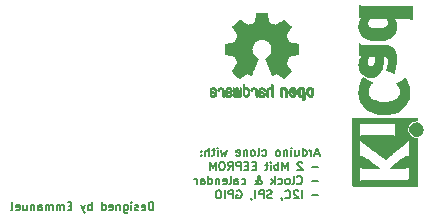
<source format=gbo>
%TF.GenerationSoftware,KiCad,Pcbnew,(5.1.6)-1*%
%TF.CreationDate,2020-07-20T22:25:38-05:00*%
%TF.ProjectId,Project 3 - BACEE_2_layer,50726f6a-6563-4742-9033-202d20424143,1*%
%TF.SameCoordinates,Original*%
%TF.FileFunction,Legend,Bot*%
%TF.FilePolarity,Positive*%
%FSLAX46Y46*%
G04 Gerber Fmt 4.6, Leading zero omitted, Abs format (unit mm)*
G04 Created by KiCad (PCBNEW (5.1.6)-1) date 2020-07-20 22:25:38*
%MOMM*%
%LPD*%
G01*
G04 APERTURE LIST*
%ADD10C,0.150000*%
%ADD11C,0.010000*%
G04 APERTURE END LIST*
D10*
X67807833Y-114108666D02*
X67807833Y-113408666D01*
X67641166Y-113408666D01*
X67541166Y-113442000D01*
X67474500Y-113508666D01*
X67441166Y-113575333D01*
X67407833Y-113708666D01*
X67407833Y-113808666D01*
X67441166Y-113942000D01*
X67474500Y-114008666D01*
X67541166Y-114075333D01*
X67641166Y-114108666D01*
X67807833Y-114108666D01*
X66841166Y-114075333D02*
X66907833Y-114108666D01*
X67041166Y-114108666D01*
X67107833Y-114075333D01*
X67141166Y-114008666D01*
X67141166Y-113742000D01*
X67107833Y-113675333D01*
X67041166Y-113642000D01*
X66907833Y-113642000D01*
X66841166Y-113675333D01*
X66807833Y-113742000D01*
X66807833Y-113808666D01*
X67141166Y-113875333D01*
X66541166Y-114075333D02*
X66474500Y-114108666D01*
X66341166Y-114108666D01*
X66274500Y-114075333D01*
X66241166Y-114008666D01*
X66241166Y-113975333D01*
X66274500Y-113908666D01*
X66341166Y-113875333D01*
X66441166Y-113875333D01*
X66507833Y-113842000D01*
X66541166Y-113775333D01*
X66541166Y-113742000D01*
X66507833Y-113675333D01*
X66441166Y-113642000D01*
X66341166Y-113642000D01*
X66274500Y-113675333D01*
X65941166Y-114108666D02*
X65941166Y-113642000D01*
X65941166Y-113408666D02*
X65974500Y-113442000D01*
X65941166Y-113475333D01*
X65907833Y-113442000D01*
X65941166Y-113408666D01*
X65941166Y-113475333D01*
X65307833Y-113642000D02*
X65307833Y-114208666D01*
X65341166Y-114275333D01*
X65374500Y-114308666D01*
X65441166Y-114342000D01*
X65541166Y-114342000D01*
X65607833Y-114308666D01*
X65307833Y-114075333D02*
X65374500Y-114108666D01*
X65507833Y-114108666D01*
X65574500Y-114075333D01*
X65607833Y-114042000D01*
X65641166Y-113975333D01*
X65641166Y-113775333D01*
X65607833Y-113708666D01*
X65574500Y-113675333D01*
X65507833Y-113642000D01*
X65374500Y-113642000D01*
X65307833Y-113675333D01*
X64974500Y-113642000D02*
X64974500Y-114108666D01*
X64974500Y-113708666D02*
X64941166Y-113675333D01*
X64874500Y-113642000D01*
X64774500Y-113642000D01*
X64707833Y-113675333D01*
X64674500Y-113742000D01*
X64674500Y-114108666D01*
X64074500Y-114075333D02*
X64141166Y-114108666D01*
X64274500Y-114108666D01*
X64341166Y-114075333D01*
X64374500Y-114008666D01*
X64374500Y-113742000D01*
X64341166Y-113675333D01*
X64274500Y-113642000D01*
X64141166Y-113642000D01*
X64074500Y-113675333D01*
X64041166Y-113742000D01*
X64041166Y-113808666D01*
X64374500Y-113875333D01*
X63441166Y-114108666D02*
X63441166Y-113408666D01*
X63441166Y-114075333D02*
X63507833Y-114108666D01*
X63641166Y-114108666D01*
X63707833Y-114075333D01*
X63741166Y-114042000D01*
X63774500Y-113975333D01*
X63774500Y-113775333D01*
X63741166Y-113708666D01*
X63707833Y-113675333D01*
X63641166Y-113642000D01*
X63507833Y-113642000D01*
X63441166Y-113675333D01*
X62574500Y-114108666D02*
X62574500Y-113408666D01*
X62574500Y-113675333D02*
X62507833Y-113642000D01*
X62374500Y-113642000D01*
X62307833Y-113675333D01*
X62274500Y-113708666D01*
X62241166Y-113775333D01*
X62241166Y-113975333D01*
X62274500Y-114042000D01*
X62307833Y-114075333D01*
X62374500Y-114108666D01*
X62507833Y-114108666D01*
X62574500Y-114075333D01*
X62007833Y-113642000D02*
X61841166Y-114108666D01*
X61674500Y-113642000D02*
X61841166Y-114108666D01*
X61907833Y-114275333D01*
X61941166Y-114308666D01*
X62007833Y-114342000D01*
X60874500Y-113742000D02*
X60641166Y-113742000D01*
X60541166Y-114108666D02*
X60874500Y-114108666D01*
X60874500Y-113408666D01*
X60541166Y-113408666D01*
X60241166Y-114108666D02*
X60241166Y-113642000D01*
X60241166Y-113708666D02*
X60207833Y-113675333D01*
X60141166Y-113642000D01*
X60041166Y-113642000D01*
X59974500Y-113675333D01*
X59941166Y-113742000D01*
X59941166Y-114108666D01*
X59941166Y-113742000D02*
X59907833Y-113675333D01*
X59841166Y-113642000D01*
X59741166Y-113642000D01*
X59674500Y-113675333D01*
X59641166Y-113742000D01*
X59641166Y-114108666D01*
X59307833Y-114108666D02*
X59307833Y-113642000D01*
X59307833Y-113708666D02*
X59274500Y-113675333D01*
X59207833Y-113642000D01*
X59107833Y-113642000D01*
X59041166Y-113675333D01*
X59007833Y-113742000D01*
X59007833Y-114108666D01*
X59007833Y-113742000D02*
X58974500Y-113675333D01*
X58907833Y-113642000D01*
X58807833Y-113642000D01*
X58741166Y-113675333D01*
X58707833Y-113742000D01*
X58707833Y-114108666D01*
X58074500Y-114108666D02*
X58074500Y-113742000D01*
X58107833Y-113675333D01*
X58174500Y-113642000D01*
X58307833Y-113642000D01*
X58374500Y-113675333D01*
X58074500Y-114075333D02*
X58141166Y-114108666D01*
X58307833Y-114108666D01*
X58374500Y-114075333D01*
X58407833Y-114008666D01*
X58407833Y-113942000D01*
X58374500Y-113875333D01*
X58307833Y-113842000D01*
X58141166Y-113842000D01*
X58074500Y-113808666D01*
X57741166Y-113642000D02*
X57741166Y-114108666D01*
X57741166Y-113708666D02*
X57707833Y-113675333D01*
X57641166Y-113642000D01*
X57541166Y-113642000D01*
X57474500Y-113675333D01*
X57441166Y-113742000D01*
X57441166Y-114108666D01*
X56807833Y-113642000D02*
X56807833Y-114108666D01*
X57107833Y-113642000D02*
X57107833Y-114008666D01*
X57074500Y-114075333D01*
X57007833Y-114108666D01*
X56907833Y-114108666D01*
X56841166Y-114075333D01*
X56807833Y-114042000D01*
X56207833Y-114075333D02*
X56274500Y-114108666D01*
X56407833Y-114108666D01*
X56474500Y-114075333D01*
X56507833Y-114008666D01*
X56507833Y-113742000D01*
X56474500Y-113675333D01*
X56407833Y-113642000D01*
X56274500Y-113642000D01*
X56207833Y-113675333D01*
X56174500Y-113742000D01*
X56174500Y-113808666D01*
X56507833Y-113875333D01*
X55774500Y-114108666D02*
X55841166Y-114075333D01*
X55874500Y-114008666D01*
X55874500Y-113408666D01*
X81811166Y-109314666D02*
X81477833Y-109314666D01*
X81877833Y-109514666D02*
X81644500Y-108814666D01*
X81411166Y-109514666D01*
X81177833Y-109514666D02*
X81177833Y-109048000D01*
X81177833Y-109181333D02*
X81144500Y-109114666D01*
X81111166Y-109081333D01*
X81044500Y-109048000D01*
X80977833Y-109048000D01*
X80444500Y-109514666D02*
X80444500Y-108814666D01*
X80444500Y-109481333D02*
X80511166Y-109514666D01*
X80644500Y-109514666D01*
X80711166Y-109481333D01*
X80744500Y-109448000D01*
X80777833Y-109381333D01*
X80777833Y-109181333D01*
X80744500Y-109114666D01*
X80711166Y-109081333D01*
X80644500Y-109048000D01*
X80511166Y-109048000D01*
X80444500Y-109081333D01*
X79811166Y-109048000D02*
X79811166Y-109514666D01*
X80111166Y-109048000D02*
X80111166Y-109414666D01*
X80077833Y-109481333D01*
X80011166Y-109514666D01*
X79911166Y-109514666D01*
X79844500Y-109481333D01*
X79811166Y-109448000D01*
X79477833Y-109514666D02*
X79477833Y-109048000D01*
X79477833Y-108814666D02*
X79511166Y-108848000D01*
X79477833Y-108881333D01*
X79444500Y-108848000D01*
X79477833Y-108814666D01*
X79477833Y-108881333D01*
X79144500Y-109048000D02*
X79144500Y-109514666D01*
X79144500Y-109114666D02*
X79111166Y-109081333D01*
X79044500Y-109048000D01*
X78944500Y-109048000D01*
X78877833Y-109081333D01*
X78844500Y-109148000D01*
X78844500Y-109514666D01*
X78411166Y-109514666D02*
X78477833Y-109481333D01*
X78511166Y-109448000D01*
X78544500Y-109381333D01*
X78544500Y-109181333D01*
X78511166Y-109114666D01*
X78477833Y-109081333D01*
X78411166Y-109048000D01*
X78311166Y-109048000D01*
X78244500Y-109081333D01*
X78211166Y-109114666D01*
X78177833Y-109181333D01*
X78177833Y-109381333D01*
X78211166Y-109448000D01*
X78244500Y-109481333D01*
X78311166Y-109514666D01*
X78411166Y-109514666D01*
X77044500Y-109481333D02*
X77111166Y-109514666D01*
X77244500Y-109514666D01*
X77311166Y-109481333D01*
X77344500Y-109448000D01*
X77377833Y-109381333D01*
X77377833Y-109181333D01*
X77344500Y-109114666D01*
X77311166Y-109081333D01*
X77244500Y-109048000D01*
X77111166Y-109048000D01*
X77044500Y-109081333D01*
X76644500Y-109514666D02*
X76711166Y-109481333D01*
X76744500Y-109414666D01*
X76744500Y-108814666D01*
X76277833Y-109514666D02*
X76344500Y-109481333D01*
X76377833Y-109448000D01*
X76411166Y-109381333D01*
X76411166Y-109181333D01*
X76377833Y-109114666D01*
X76344500Y-109081333D01*
X76277833Y-109048000D01*
X76177833Y-109048000D01*
X76111166Y-109081333D01*
X76077833Y-109114666D01*
X76044500Y-109181333D01*
X76044500Y-109381333D01*
X76077833Y-109448000D01*
X76111166Y-109481333D01*
X76177833Y-109514666D01*
X76277833Y-109514666D01*
X75744500Y-109048000D02*
X75744500Y-109514666D01*
X75744500Y-109114666D02*
X75711166Y-109081333D01*
X75644500Y-109048000D01*
X75544500Y-109048000D01*
X75477833Y-109081333D01*
X75444500Y-109148000D01*
X75444500Y-109514666D01*
X74844500Y-109481333D02*
X74911166Y-109514666D01*
X75044500Y-109514666D01*
X75111166Y-109481333D01*
X75144500Y-109414666D01*
X75144500Y-109148000D01*
X75111166Y-109081333D01*
X75044500Y-109048000D01*
X74911166Y-109048000D01*
X74844500Y-109081333D01*
X74811166Y-109148000D01*
X74811166Y-109214666D01*
X75144500Y-109281333D01*
X74044500Y-109048000D02*
X73911166Y-109514666D01*
X73777833Y-109181333D01*
X73644500Y-109514666D01*
X73511166Y-109048000D01*
X73244500Y-109514666D02*
X73244500Y-109048000D01*
X73244500Y-108814666D02*
X73277833Y-108848000D01*
X73244500Y-108881333D01*
X73211166Y-108848000D01*
X73244500Y-108814666D01*
X73244500Y-108881333D01*
X73011166Y-109048000D02*
X72744500Y-109048000D01*
X72911166Y-108814666D02*
X72911166Y-109414666D01*
X72877833Y-109481333D01*
X72811166Y-109514666D01*
X72744500Y-109514666D01*
X72511166Y-109514666D02*
X72511166Y-108814666D01*
X72211166Y-109514666D02*
X72211166Y-109148000D01*
X72244500Y-109081333D01*
X72311166Y-109048000D01*
X72411166Y-109048000D01*
X72477833Y-109081333D01*
X72511166Y-109114666D01*
X71877833Y-109448000D02*
X71844500Y-109481333D01*
X71877833Y-109514666D01*
X71911166Y-109481333D01*
X71877833Y-109448000D01*
X71877833Y-109514666D01*
X71877833Y-109081333D02*
X71844500Y-109114666D01*
X71877833Y-109148000D01*
X71911166Y-109114666D01*
X71877833Y-109081333D01*
X71877833Y-109148000D01*
X81777833Y-110448000D02*
X81244500Y-110448000D01*
X80411166Y-110081333D02*
X80377833Y-110048000D01*
X80311166Y-110014666D01*
X80144500Y-110014666D01*
X80077833Y-110048000D01*
X80044500Y-110081333D01*
X80011166Y-110148000D01*
X80011166Y-110214666D01*
X80044500Y-110314666D01*
X80444500Y-110714666D01*
X80011166Y-110714666D01*
X79177833Y-110714666D02*
X79177833Y-110014666D01*
X78944500Y-110514666D01*
X78711166Y-110014666D01*
X78711166Y-110714666D01*
X78377833Y-110714666D02*
X78377833Y-110014666D01*
X78377833Y-110281333D02*
X78311166Y-110248000D01*
X78177833Y-110248000D01*
X78111166Y-110281333D01*
X78077833Y-110314666D01*
X78044500Y-110381333D01*
X78044500Y-110581333D01*
X78077833Y-110648000D01*
X78111166Y-110681333D01*
X78177833Y-110714666D01*
X78311166Y-110714666D01*
X78377833Y-110681333D01*
X77744500Y-110714666D02*
X77744500Y-110248000D01*
X77744500Y-110014666D02*
X77777833Y-110048000D01*
X77744500Y-110081333D01*
X77711166Y-110048000D01*
X77744500Y-110014666D01*
X77744500Y-110081333D01*
X77511166Y-110248000D02*
X77244500Y-110248000D01*
X77411166Y-110014666D02*
X77411166Y-110614666D01*
X77377833Y-110681333D01*
X77311166Y-110714666D01*
X77244500Y-110714666D01*
X76477833Y-110348000D02*
X76244500Y-110348000D01*
X76144500Y-110714666D02*
X76477833Y-110714666D01*
X76477833Y-110014666D01*
X76144500Y-110014666D01*
X75844500Y-110348000D02*
X75611166Y-110348000D01*
X75511166Y-110714666D02*
X75844500Y-110714666D01*
X75844500Y-110014666D01*
X75511166Y-110014666D01*
X75211166Y-110714666D02*
X75211166Y-110014666D01*
X74944500Y-110014666D01*
X74877833Y-110048000D01*
X74844500Y-110081333D01*
X74811166Y-110148000D01*
X74811166Y-110248000D01*
X74844500Y-110314666D01*
X74877833Y-110348000D01*
X74944500Y-110381333D01*
X75211166Y-110381333D01*
X74111166Y-110714666D02*
X74344500Y-110381333D01*
X74511166Y-110714666D02*
X74511166Y-110014666D01*
X74244500Y-110014666D01*
X74177833Y-110048000D01*
X74144500Y-110081333D01*
X74111166Y-110148000D01*
X74111166Y-110248000D01*
X74144500Y-110314666D01*
X74177833Y-110348000D01*
X74244500Y-110381333D01*
X74511166Y-110381333D01*
X73677833Y-110014666D02*
X73544500Y-110014666D01*
X73477833Y-110048000D01*
X73411166Y-110114666D01*
X73377833Y-110248000D01*
X73377833Y-110481333D01*
X73411166Y-110614666D01*
X73477833Y-110681333D01*
X73544500Y-110714666D01*
X73677833Y-110714666D01*
X73744500Y-110681333D01*
X73811166Y-110614666D01*
X73844500Y-110481333D01*
X73844500Y-110248000D01*
X73811166Y-110114666D01*
X73744500Y-110048000D01*
X73677833Y-110014666D01*
X73077833Y-110714666D02*
X73077833Y-110014666D01*
X72844500Y-110514666D01*
X72611166Y-110014666D01*
X72611166Y-110714666D01*
X81777833Y-111648000D02*
X81244500Y-111648000D01*
X79977833Y-111848000D02*
X80011166Y-111881333D01*
X80111166Y-111914666D01*
X80177833Y-111914666D01*
X80277833Y-111881333D01*
X80344500Y-111814666D01*
X80377833Y-111748000D01*
X80411166Y-111614666D01*
X80411166Y-111514666D01*
X80377833Y-111381333D01*
X80344500Y-111314666D01*
X80277833Y-111248000D01*
X80177833Y-111214666D01*
X80111166Y-111214666D01*
X80011166Y-111248000D01*
X79977833Y-111281333D01*
X79577833Y-111914666D02*
X79644500Y-111881333D01*
X79677833Y-111814666D01*
X79677833Y-111214666D01*
X79211166Y-111914666D02*
X79277833Y-111881333D01*
X79311166Y-111848000D01*
X79344500Y-111781333D01*
X79344500Y-111581333D01*
X79311166Y-111514666D01*
X79277833Y-111481333D01*
X79211166Y-111448000D01*
X79111166Y-111448000D01*
X79044500Y-111481333D01*
X79011166Y-111514666D01*
X78977833Y-111581333D01*
X78977833Y-111781333D01*
X79011166Y-111848000D01*
X79044500Y-111881333D01*
X79111166Y-111914666D01*
X79211166Y-111914666D01*
X78377833Y-111881333D02*
X78444500Y-111914666D01*
X78577833Y-111914666D01*
X78644500Y-111881333D01*
X78677833Y-111848000D01*
X78711166Y-111781333D01*
X78711166Y-111581333D01*
X78677833Y-111514666D01*
X78644500Y-111481333D01*
X78577833Y-111448000D01*
X78444500Y-111448000D01*
X78377833Y-111481333D01*
X78077833Y-111914666D02*
X78077833Y-111214666D01*
X78011166Y-111648000D02*
X77811166Y-111914666D01*
X77811166Y-111448000D02*
X78077833Y-111714666D01*
X76411166Y-111914666D02*
X76444500Y-111914666D01*
X76511166Y-111881333D01*
X76611166Y-111781333D01*
X76777833Y-111581333D01*
X76844500Y-111481333D01*
X76877833Y-111381333D01*
X76877833Y-111314666D01*
X76844500Y-111248000D01*
X76777833Y-111214666D01*
X76744500Y-111214666D01*
X76677833Y-111248000D01*
X76644500Y-111314666D01*
X76644500Y-111348000D01*
X76677833Y-111414666D01*
X76711166Y-111448000D01*
X76911166Y-111581333D01*
X76944500Y-111614666D01*
X76977833Y-111681333D01*
X76977833Y-111781333D01*
X76944500Y-111848000D01*
X76911166Y-111881333D01*
X76844500Y-111914666D01*
X76744500Y-111914666D01*
X76677833Y-111881333D01*
X76644500Y-111848000D01*
X76544500Y-111714666D01*
X76511166Y-111614666D01*
X76511166Y-111548000D01*
X75277833Y-111881333D02*
X75344500Y-111914666D01*
X75477833Y-111914666D01*
X75544500Y-111881333D01*
X75577833Y-111848000D01*
X75611166Y-111781333D01*
X75611166Y-111581333D01*
X75577833Y-111514666D01*
X75544500Y-111481333D01*
X75477833Y-111448000D01*
X75344500Y-111448000D01*
X75277833Y-111481333D01*
X74677833Y-111914666D02*
X74677833Y-111548000D01*
X74711166Y-111481333D01*
X74777833Y-111448000D01*
X74911166Y-111448000D01*
X74977833Y-111481333D01*
X74677833Y-111881333D02*
X74744500Y-111914666D01*
X74911166Y-111914666D01*
X74977833Y-111881333D01*
X75011166Y-111814666D01*
X75011166Y-111748000D01*
X74977833Y-111681333D01*
X74911166Y-111648000D01*
X74744500Y-111648000D01*
X74677833Y-111614666D01*
X74244500Y-111914666D02*
X74311166Y-111881333D01*
X74344500Y-111814666D01*
X74344500Y-111214666D01*
X73711166Y-111881333D02*
X73777833Y-111914666D01*
X73911166Y-111914666D01*
X73977833Y-111881333D01*
X74011166Y-111814666D01*
X74011166Y-111548000D01*
X73977833Y-111481333D01*
X73911166Y-111448000D01*
X73777833Y-111448000D01*
X73711166Y-111481333D01*
X73677833Y-111548000D01*
X73677833Y-111614666D01*
X74011166Y-111681333D01*
X73377833Y-111448000D02*
X73377833Y-111914666D01*
X73377833Y-111514666D02*
X73344500Y-111481333D01*
X73277833Y-111448000D01*
X73177833Y-111448000D01*
X73111166Y-111481333D01*
X73077833Y-111548000D01*
X73077833Y-111914666D01*
X72444500Y-111914666D02*
X72444500Y-111214666D01*
X72444500Y-111881333D02*
X72511166Y-111914666D01*
X72644500Y-111914666D01*
X72711166Y-111881333D01*
X72744500Y-111848000D01*
X72777833Y-111781333D01*
X72777833Y-111581333D01*
X72744500Y-111514666D01*
X72711166Y-111481333D01*
X72644500Y-111448000D01*
X72511166Y-111448000D01*
X72444500Y-111481333D01*
X71811166Y-111914666D02*
X71811166Y-111548000D01*
X71844500Y-111481333D01*
X71911166Y-111448000D01*
X72044500Y-111448000D01*
X72111166Y-111481333D01*
X71811166Y-111881333D02*
X71877833Y-111914666D01*
X72044500Y-111914666D01*
X72111166Y-111881333D01*
X72144500Y-111814666D01*
X72144500Y-111748000D01*
X72111166Y-111681333D01*
X72044500Y-111648000D01*
X71877833Y-111648000D01*
X71811166Y-111614666D01*
X71477833Y-111914666D02*
X71477833Y-111448000D01*
X71477833Y-111581333D02*
X71444500Y-111514666D01*
X71411166Y-111481333D01*
X71344500Y-111448000D01*
X71277833Y-111448000D01*
X81777833Y-112848000D02*
X81244500Y-112848000D01*
X80377833Y-113114666D02*
X80377833Y-112414666D01*
X80077833Y-112481333D02*
X80044500Y-112448000D01*
X79977833Y-112414666D01*
X79811166Y-112414666D01*
X79744500Y-112448000D01*
X79711166Y-112481333D01*
X79677833Y-112548000D01*
X79677833Y-112614666D01*
X79711166Y-112714666D01*
X80111166Y-113114666D01*
X79677833Y-113114666D01*
X78977833Y-113048000D02*
X79011166Y-113081333D01*
X79111166Y-113114666D01*
X79177833Y-113114666D01*
X79277833Y-113081333D01*
X79344500Y-113014666D01*
X79377833Y-112948000D01*
X79411166Y-112814666D01*
X79411166Y-112714666D01*
X79377833Y-112581333D01*
X79344500Y-112514666D01*
X79277833Y-112448000D01*
X79177833Y-112414666D01*
X79111166Y-112414666D01*
X79011166Y-112448000D01*
X78977833Y-112481333D01*
X78644500Y-113081333D02*
X78644500Y-113114666D01*
X78677833Y-113181333D01*
X78711166Y-113214666D01*
X77844500Y-113081333D02*
X77744500Y-113114666D01*
X77577833Y-113114666D01*
X77511166Y-113081333D01*
X77477833Y-113048000D01*
X77444500Y-112981333D01*
X77444500Y-112914666D01*
X77477833Y-112848000D01*
X77511166Y-112814666D01*
X77577833Y-112781333D01*
X77711166Y-112748000D01*
X77777833Y-112714666D01*
X77811166Y-112681333D01*
X77844500Y-112614666D01*
X77844500Y-112548000D01*
X77811166Y-112481333D01*
X77777833Y-112448000D01*
X77711166Y-112414666D01*
X77544500Y-112414666D01*
X77444500Y-112448000D01*
X77144500Y-113114666D02*
X77144500Y-112414666D01*
X76877833Y-112414666D01*
X76811166Y-112448000D01*
X76777833Y-112481333D01*
X76744500Y-112548000D01*
X76744500Y-112648000D01*
X76777833Y-112714666D01*
X76811166Y-112748000D01*
X76877833Y-112781333D01*
X77144500Y-112781333D01*
X76444500Y-113114666D02*
X76444500Y-112414666D01*
X76077833Y-113081333D02*
X76077833Y-113114666D01*
X76111166Y-113181333D01*
X76144500Y-113214666D01*
X74877833Y-112448000D02*
X74944500Y-112414666D01*
X75044500Y-112414666D01*
X75144500Y-112448000D01*
X75211166Y-112514666D01*
X75244500Y-112581333D01*
X75277833Y-112714666D01*
X75277833Y-112814666D01*
X75244500Y-112948000D01*
X75211166Y-113014666D01*
X75144500Y-113081333D01*
X75044500Y-113114666D01*
X74977833Y-113114666D01*
X74877833Y-113081333D01*
X74844500Y-113048000D01*
X74844500Y-112814666D01*
X74977833Y-112814666D01*
X74544500Y-113114666D02*
X74544500Y-112414666D01*
X74277833Y-112414666D01*
X74211166Y-112448000D01*
X74177833Y-112481333D01*
X74144500Y-112548000D01*
X74144500Y-112648000D01*
X74177833Y-112714666D01*
X74211166Y-112748000D01*
X74277833Y-112781333D01*
X74544500Y-112781333D01*
X73844500Y-113114666D02*
X73844500Y-112414666D01*
X73377833Y-112414666D02*
X73244500Y-112414666D01*
X73177833Y-112448000D01*
X73111166Y-112514666D01*
X73077833Y-112648000D01*
X73077833Y-112881333D01*
X73111166Y-113014666D01*
X73177833Y-113081333D01*
X73244500Y-113114666D01*
X73377833Y-113114666D01*
X73444500Y-113081333D01*
X73511166Y-113014666D01*
X73544500Y-112881333D01*
X73544500Y-112648000D01*
X73511166Y-112514666D01*
X73444500Y-112448000D01*
X73377833Y-112414666D01*
D11*
%TO.C,REF\u002A\u002A*%
G36*
X80193114Y-103676505D02*
G01*
X80118461Y-103713727D01*
X80052569Y-103782261D01*
X80034423Y-103807648D01*
X80014655Y-103840866D01*
X80001828Y-103876945D01*
X79994490Y-103925098D01*
X79991187Y-103994536D01*
X79990462Y-104086206D01*
X79993737Y-104211830D01*
X80005123Y-104306154D01*
X80026959Y-104376523D01*
X80061581Y-104430286D01*
X80111330Y-104474788D01*
X80114986Y-104477423D01*
X80164015Y-104504377D01*
X80223055Y-104517712D01*
X80298141Y-104521000D01*
X80420205Y-104521000D01*
X80420256Y-104639497D01*
X80421392Y-104705492D01*
X80428314Y-104744202D01*
X80446402Y-104767419D01*
X80481038Y-104786933D01*
X80489355Y-104790920D01*
X80528280Y-104809603D01*
X80558417Y-104821403D01*
X80580826Y-104822422D01*
X80596567Y-104808761D01*
X80606698Y-104776522D01*
X80612277Y-104721804D01*
X80614365Y-104640711D01*
X80614019Y-104529344D01*
X80612300Y-104383802D01*
X80611763Y-104340269D01*
X80609828Y-104190205D01*
X80608096Y-104092042D01*
X80420308Y-104092042D01*
X80419252Y-104175364D01*
X80414562Y-104229880D01*
X80403949Y-104265837D01*
X80385128Y-104293482D01*
X80372350Y-104306965D01*
X80320110Y-104346417D01*
X80273858Y-104349628D01*
X80226133Y-104317049D01*
X80224923Y-104315846D01*
X80205506Y-104290668D01*
X80193693Y-104256447D01*
X80187735Y-104203748D01*
X80185880Y-104123131D01*
X80185846Y-104105271D01*
X80190330Y-103994175D01*
X80204926Y-103917161D01*
X80231350Y-103870147D01*
X80271317Y-103849050D01*
X80294416Y-103846923D01*
X80349238Y-103856900D01*
X80386842Y-103889752D01*
X80409477Y-103949857D01*
X80419394Y-104041598D01*
X80420308Y-104092042D01*
X80608096Y-104092042D01*
X80607778Y-104074060D01*
X80605127Y-103986679D01*
X80601394Y-103922905D01*
X80596093Y-103877582D01*
X80588742Y-103845555D01*
X80578857Y-103821668D01*
X80565954Y-103800764D01*
X80560421Y-103792898D01*
X80487031Y-103718595D01*
X80394240Y-103676467D01*
X80286904Y-103664722D01*
X80193114Y-103676505D01*
G37*
X80193114Y-103676505D02*
X80118461Y-103713727D01*
X80052569Y-103782261D01*
X80034423Y-103807648D01*
X80014655Y-103840866D01*
X80001828Y-103876945D01*
X79994490Y-103925098D01*
X79991187Y-103994536D01*
X79990462Y-104086206D01*
X79993737Y-104211830D01*
X80005123Y-104306154D01*
X80026959Y-104376523D01*
X80061581Y-104430286D01*
X80111330Y-104474788D01*
X80114986Y-104477423D01*
X80164015Y-104504377D01*
X80223055Y-104517712D01*
X80298141Y-104521000D01*
X80420205Y-104521000D01*
X80420256Y-104639497D01*
X80421392Y-104705492D01*
X80428314Y-104744202D01*
X80446402Y-104767419D01*
X80481038Y-104786933D01*
X80489355Y-104790920D01*
X80528280Y-104809603D01*
X80558417Y-104821403D01*
X80580826Y-104822422D01*
X80596567Y-104808761D01*
X80606698Y-104776522D01*
X80612277Y-104721804D01*
X80614365Y-104640711D01*
X80614019Y-104529344D01*
X80612300Y-104383802D01*
X80611763Y-104340269D01*
X80609828Y-104190205D01*
X80608096Y-104092042D01*
X80420308Y-104092042D01*
X80419252Y-104175364D01*
X80414562Y-104229880D01*
X80403949Y-104265837D01*
X80385128Y-104293482D01*
X80372350Y-104306965D01*
X80320110Y-104346417D01*
X80273858Y-104349628D01*
X80226133Y-104317049D01*
X80224923Y-104315846D01*
X80205506Y-104290668D01*
X80193693Y-104256447D01*
X80187735Y-104203748D01*
X80185880Y-104123131D01*
X80185846Y-104105271D01*
X80190330Y-103994175D01*
X80204926Y-103917161D01*
X80231350Y-103870147D01*
X80271317Y-103849050D01*
X80294416Y-103846923D01*
X80349238Y-103856900D01*
X80386842Y-103889752D01*
X80409477Y-103949857D01*
X80419394Y-104041598D01*
X80420308Y-104092042D01*
X80608096Y-104092042D01*
X80607778Y-104074060D01*
X80605127Y-103986679D01*
X80601394Y-103922905D01*
X80596093Y-103877582D01*
X80588742Y-103845555D01*
X80578857Y-103821668D01*
X80565954Y-103800764D01*
X80560421Y-103792898D01*
X80487031Y-103718595D01*
X80394240Y-103676467D01*
X80286904Y-103664722D01*
X80193114Y-103676505D01*
G36*
X78690336Y-103687089D02*
G01*
X78627633Y-103723358D01*
X78584039Y-103759358D01*
X78552155Y-103797075D01*
X78530190Y-103843199D01*
X78516351Y-103904421D01*
X78508847Y-103987431D01*
X78505883Y-104098919D01*
X78505539Y-104179062D01*
X78505539Y-104474065D01*
X78671615Y-104548515D01*
X78681385Y-104225402D01*
X78685421Y-104104729D01*
X78689656Y-104017141D01*
X78694903Y-103956650D01*
X78701975Y-103917268D01*
X78711689Y-103893007D01*
X78724856Y-103877880D01*
X78729081Y-103874606D01*
X78793091Y-103849034D01*
X78857792Y-103859153D01*
X78896308Y-103886000D01*
X78911975Y-103905024D01*
X78922820Y-103929988D01*
X78929712Y-103967834D01*
X78933521Y-104025502D01*
X78935117Y-104109935D01*
X78935385Y-104197928D01*
X78935437Y-104308323D01*
X78937328Y-104386463D01*
X78943655Y-104439165D01*
X78957017Y-104473242D01*
X78980015Y-104495511D01*
X79015246Y-104512787D01*
X79062303Y-104530738D01*
X79113697Y-104550278D01*
X79107579Y-104203485D01*
X79105116Y-104078468D01*
X79102233Y-103986082D01*
X79098102Y-103919881D01*
X79091893Y-103873420D01*
X79082774Y-103840256D01*
X79069917Y-103813944D01*
X79054416Y-103790729D01*
X78979629Y-103716569D01*
X78888372Y-103673684D01*
X78789117Y-103663412D01*
X78690336Y-103687089D01*
G37*
X78690336Y-103687089D02*
X78627633Y-103723358D01*
X78584039Y-103759358D01*
X78552155Y-103797075D01*
X78530190Y-103843199D01*
X78516351Y-103904421D01*
X78508847Y-103987431D01*
X78505883Y-104098919D01*
X78505539Y-104179062D01*
X78505539Y-104474065D01*
X78671615Y-104548515D01*
X78681385Y-104225402D01*
X78685421Y-104104729D01*
X78689656Y-104017141D01*
X78694903Y-103956650D01*
X78701975Y-103917268D01*
X78711689Y-103893007D01*
X78724856Y-103877880D01*
X78729081Y-103874606D01*
X78793091Y-103849034D01*
X78857792Y-103859153D01*
X78896308Y-103886000D01*
X78911975Y-103905024D01*
X78922820Y-103929988D01*
X78929712Y-103967834D01*
X78933521Y-104025502D01*
X78935117Y-104109935D01*
X78935385Y-104197928D01*
X78935437Y-104308323D01*
X78937328Y-104386463D01*
X78943655Y-104439165D01*
X78957017Y-104473242D01*
X78980015Y-104495511D01*
X79015246Y-104512787D01*
X79062303Y-104530738D01*
X79113697Y-104550278D01*
X79107579Y-104203485D01*
X79105116Y-104078468D01*
X79102233Y-103986082D01*
X79098102Y-103919881D01*
X79091893Y-103873420D01*
X79082774Y-103840256D01*
X79069917Y-103813944D01*
X79054416Y-103790729D01*
X78979629Y-103716569D01*
X78888372Y-103673684D01*
X78789117Y-103663412D01*
X78690336Y-103687089D01*
G36*
X80945114Y-103679256D02*
G01*
X80853536Y-103727409D01*
X80785951Y-103804905D01*
X80761943Y-103854727D01*
X80743262Y-103929533D01*
X80733699Y-104024052D01*
X80732792Y-104127210D01*
X80740079Y-104227935D01*
X80755097Y-104315153D01*
X80777385Y-104377791D01*
X80784235Y-104388579D01*
X80865368Y-104469105D01*
X80961734Y-104517336D01*
X81066299Y-104531450D01*
X81172032Y-104509629D01*
X81201457Y-104496547D01*
X81258759Y-104456231D01*
X81309050Y-104402775D01*
X81313803Y-104395995D01*
X81333122Y-104363321D01*
X81345892Y-104328394D01*
X81353436Y-104282414D01*
X81357076Y-104216584D01*
X81358135Y-104122105D01*
X81358154Y-104100923D01*
X81358106Y-104094182D01*
X81162769Y-104094182D01*
X81161632Y-104183349D01*
X81157159Y-104242520D01*
X81147754Y-104280741D01*
X81131824Y-104307053D01*
X81123692Y-104315846D01*
X81076942Y-104349261D01*
X81031553Y-104347737D01*
X80985660Y-104318752D01*
X80958288Y-104287809D01*
X80942077Y-104242643D01*
X80932974Y-104171420D01*
X80932349Y-104163114D01*
X80930796Y-104034037D01*
X80947035Y-103938172D01*
X80980848Y-103876107D01*
X81032016Y-103848432D01*
X81050280Y-103846923D01*
X81098240Y-103854513D01*
X81131047Y-103880808D01*
X81151105Y-103931095D01*
X81160822Y-104010664D01*
X81162769Y-104094182D01*
X81358106Y-104094182D01*
X81357426Y-104000249D01*
X81354371Y-103929906D01*
X81347678Y-103881163D01*
X81336040Y-103845288D01*
X81318147Y-103813548D01*
X81314192Y-103807648D01*
X81247733Y-103728104D01*
X81175315Y-103681929D01*
X81087151Y-103663599D01*
X81057213Y-103662703D01*
X80945114Y-103679256D01*
G37*
X80945114Y-103679256D02*
X80853536Y-103727409D01*
X80785951Y-103804905D01*
X80761943Y-103854727D01*
X80743262Y-103929533D01*
X80733699Y-104024052D01*
X80732792Y-104127210D01*
X80740079Y-104227935D01*
X80755097Y-104315153D01*
X80777385Y-104377791D01*
X80784235Y-104388579D01*
X80865368Y-104469105D01*
X80961734Y-104517336D01*
X81066299Y-104531450D01*
X81172032Y-104509629D01*
X81201457Y-104496547D01*
X81258759Y-104456231D01*
X81309050Y-104402775D01*
X81313803Y-104395995D01*
X81333122Y-104363321D01*
X81345892Y-104328394D01*
X81353436Y-104282414D01*
X81357076Y-104216584D01*
X81358135Y-104122105D01*
X81358154Y-104100923D01*
X81358106Y-104094182D01*
X81162769Y-104094182D01*
X81161632Y-104183349D01*
X81157159Y-104242520D01*
X81147754Y-104280741D01*
X81131824Y-104307053D01*
X81123692Y-104315846D01*
X81076942Y-104349261D01*
X81031553Y-104347737D01*
X80985660Y-104318752D01*
X80958288Y-104287809D01*
X80942077Y-104242643D01*
X80932974Y-104171420D01*
X80932349Y-104163114D01*
X80930796Y-104034037D01*
X80947035Y-103938172D01*
X80980848Y-103876107D01*
X81032016Y-103848432D01*
X81050280Y-103846923D01*
X81098240Y-103854513D01*
X81131047Y-103880808D01*
X81151105Y-103931095D01*
X81160822Y-104010664D01*
X81162769Y-104094182D01*
X81358106Y-104094182D01*
X81357426Y-104000249D01*
X81354371Y-103929906D01*
X81347678Y-103881163D01*
X81336040Y-103845288D01*
X81318147Y-103813548D01*
X81314192Y-103807648D01*
X81247733Y-103728104D01*
X81175315Y-103681929D01*
X81087151Y-103663599D01*
X81057213Y-103662703D01*
X80945114Y-103679256D01*
G36*
X79427746Y-103691745D02*
G01*
X79350714Y-103743567D01*
X79291184Y-103818412D01*
X79255622Y-103913654D01*
X79248429Y-103983756D01*
X79249246Y-104013009D01*
X79256086Y-104035407D01*
X79274888Y-104055474D01*
X79311592Y-104077733D01*
X79372138Y-104106709D01*
X79462466Y-104146927D01*
X79462923Y-104147129D01*
X79546067Y-104185210D01*
X79614247Y-104219025D01*
X79660495Y-104244933D01*
X79677842Y-104259295D01*
X79677846Y-104259411D01*
X79662557Y-104290685D01*
X79626804Y-104325157D01*
X79585758Y-104349990D01*
X79564963Y-104354923D01*
X79508230Y-104337862D01*
X79459373Y-104295133D01*
X79435535Y-104248155D01*
X79412603Y-104213522D01*
X79367682Y-104174081D01*
X79314877Y-104140009D01*
X79268290Y-104121480D01*
X79258548Y-104120462D01*
X79247582Y-104137215D01*
X79246921Y-104180039D01*
X79254980Y-104237781D01*
X79270173Y-104299289D01*
X79290914Y-104353409D01*
X79291962Y-104355510D01*
X79354379Y-104442660D01*
X79435274Y-104501939D01*
X79527144Y-104531034D01*
X79622487Y-104527634D01*
X79713802Y-104489428D01*
X79717862Y-104486741D01*
X79789694Y-104421642D01*
X79836927Y-104336705D01*
X79863066Y-104225021D01*
X79866574Y-104193643D01*
X79872787Y-104045536D01*
X79865339Y-103976468D01*
X79677846Y-103976468D01*
X79675410Y-104019552D01*
X79662086Y-104032126D01*
X79628868Y-104022719D01*
X79576506Y-104000483D01*
X79517976Y-103972610D01*
X79516521Y-103971872D01*
X79466911Y-103945777D01*
X79447000Y-103928363D01*
X79451910Y-103910107D01*
X79472584Y-103886120D01*
X79525181Y-103851406D01*
X79581823Y-103848856D01*
X79632631Y-103874119D01*
X79667724Y-103922847D01*
X79677846Y-103976468D01*
X79865339Y-103976468D01*
X79860008Y-103927036D01*
X79827222Y-103833055D01*
X79781579Y-103767215D01*
X79699198Y-103700681D01*
X79608454Y-103667676D01*
X79515815Y-103665573D01*
X79427746Y-103691745D01*
G37*
X79427746Y-103691745D02*
X79350714Y-103743567D01*
X79291184Y-103818412D01*
X79255622Y-103913654D01*
X79248429Y-103983756D01*
X79249246Y-104013009D01*
X79256086Y-104035407D01*
X79274888Y-104055474D01*
X79311592Y-104077733D01*
X79372138Y-104106709D01*
X79462466Y-104146927D01*
X79462923Y-104147129D01*
X79546067Y-104185210D01*
X79614247Y-104219025D01*
X79660495Y-104244933D01*
X79677842Y-104259295D01*
X79677846Y-104259411D01*
X79662557Y-104290685D01*
X79626804Y-104325157D01*
X79585758Y-104349990D01*
X79564963Y-104354923D01*
X79508230Y-104337862D01*
X79459373Y-104295133D01*
X79435535Y-104248155D01*
X79412603Y-104213522D01*
X79367682Y-104174081D01*
X79314877Y-104140009D01*
X79268290Y-104121480D01*
X79258548Y-104120462D01*
X79247582Y-104137215D01*
X79246921Y-104180039D01*
X79254980Y-104237781D01*
X79270173Y-104299289D01*
X79290914Y-104353409D01*
X79291962Y-104355510D01*
X79354379Y-104442660D01*
X79435274Y-104501939D01*
X79527144Y-104531034D01*
X79622487Y-104527634D01*
X79713802Y-104489428D01*
X79717862Y-104486741D01*
X79789694Y-104421642D01*
X79836927Y-104336705D01*
X79863066Y-104225021D01*
X79866574Y-104193643D01*
X79872787Y-104045536D01*
X79865339Y-103976468D01*
X79677846Y-103976468D01*
X79675410Y-104019552D01*
X79662086Y-104032126D01*
X79628868Y-104022719D01*
X79576506Y-104000483D01*
X79517976Y-103972610D01*
X79516521Y-103971872D01*
X79466911Y-103945777D01*
X79447000Y-103928363D01*
X79451910Y-103910107D01*
X79472584Y-103886120D01*
X79525181Y-103851406D01*
X79581823Y-103848856D01*
X79632631Y-103874119D01*
X79667724Y-103922847D01*
X79677846Y-103976468D01*
X79865339Y-103976468D01*
X79860008Y-103927036D01*
X79827222Y-103833055D01*
X79781579Y-103767215D01*
X79699198Y-103700681D01*
X79608454Y-103667676D01*
X79515815Y-103665573D01*
X79427746Y-103691745D01*
G36*
X77802154Y-103584120D02*
G01*
X77796428Y-103663980D01*
X77789851Y-103711039D01*
X77780738Y-103731566D01*
X77767402Y-103731829D01*
X77763077Y-103729378D01*
X77705556Y-103711636D01*
X77630732Y-103712672D01*
X77554661Y-103730910D01*
X77507082Y-103754505D01*
X77458298Y-103792198D01*
X77422636Y-103834855D01*
X77398155Y-103889057D01*
X77382913Y-103961384D01*
X77374970Y-104058419D01*
X77372384Y-104186742D01*
X77372338Y-104211358D01*
X77372308Y-104487870D01*
X77433839Y-104509320D01*
X77477541Y-104523912D01*
X77501518Y-104530706D01*
X77502223Y-104530769D01*
X77504585Y-104512345D01*
X77506594Y-104461526D01*
X77508099Y-104384993D01*
X77508947Y-104289430D01*
X77509077Y-104231329D01*
X77509349Y-104116771D01*
X77510748Y-104034667D01*
X77514151Y-103978393D01*
X77520433Y-103941326D01*
X77530471Y-103916844D01*
X77545139Y-103898325D01*
X77554298Y-103889406D01*
X77617211Y-103853466D01*
X77685864Y-103850775D01*
X77748152Y-103881170D01*
X77759671Y-103892144D01*
X77776567Y-103912779D01*
X77788286Y-103937256D01*
X77795767Y-103972647D01*
X77799946Y-104026026D01*
X77801763Y-104104466D01*
X77802154Y-104212617D01*
X77802154Y-104487870D01*
X77863685Y-104509320D01*
X77907387Y-104523912D01*
X77931364Y-104530706D01*
X77932070Y-104530769D01*
X77933874Y-104512069D01*
X77935500Y-104459322D01*
X77936883Y-104377557D01*
X77937958Y-104271805D01*
X77938660Y-104147094D01*
X77938923Y-104008455D01*
X77938923Y-103473806D01*
X77811923Y-103420236D01*
X77802154Y-103584120D01*
G37*
X77802154Y-103584120D02*
X77796428Y-103663980D01*
X77789851Y-103711039D01*
X77780738Y-103731566D01*
X77767402Y-103731829D01*
X77763077Y-103729378D01*
X77705556Y-103711636D01*
X77630732Y-103712672D01*
X77554661Y-103730910D01*
X77507082Y-103754505D01*
X77458298Y-103792198D01*
X77422636Y-103834855D01*
X77398155Y-103889057D01*
X77382913Y-103961384D01*
X77374970Y-104058419D01*
X77372384Y-104186742D01*
X77372338Y-104211358D01*
X77372308Y-104487870D01*
X77433839Y-104509320D01*
X77477541Y-104523912D01*
X77501518Y-104530706D01*
X77502223Y-104530769D01*
X77504585Y-104512345D01*
X77506594Y-104461526D01*
X77508099Y-104384993D01*
X77508947Y-104289430D01*
X77509077Y-104231329D01*
X77509349Y-104116771D01*
X77510748Y-104034667D01*
X77514151Y-103978393D01*
X77520433Y-103941326D01*
X77530471Y-103916844D01*
X77545139Y-103898325D01*
X77554298Y-103889406D01*
X77617211Y-103853466D01*
X77685864Y-103850775D01*
X77748152Y-103881170D01*
X77759671Y-103892144D01*
X77776567Y-103912779D01*
X77788286Y-103937256D01*
X77795767Y-103972647D01*
X77799946Y-104026026D01*
X77801763Y-104104466D01*
X77802154Y-104212617D01*
X77802154Y-104487870D01*
X77863685Y-104509320D01*
X77907387Y-104523912D01*
X77931364Y-104530706D01*
X77932070Y-104530769D01*
X77933874Y-104512069D01*
X77935500Y-104459322D01*
X77936883Y-104377557D01*
X77937958Y-104271805D01*
X77938660Y-104147094D01*
X77938923Y-104008455D01*
X77938923Y-103473806D01*
X77811923Y-103420236D01*
X77802154Y-103584120D01*
G36*
X76908499Y-103718303D02*
G01*
X76831940Y-103746733D01*
X76831064Y-103747279D01*
X76783715Y-103782127D01*
X76748759Y-103822852D01*
X76724175Y-103875925D01*
X76707938Y-103947814D01*
X76698025Y-104044992D01*
X76692414Y-104173928D01*
X76691923Y-104192298D01*
X76684859Y-104469287D01*
X76744305Y-104500028D01*
X76787319Y-104520802D01*
X76813290Y-104530646D01*
X76814491Y-104530769D01*
X76818986Y-104512606D01*
X76822556Y-104463612D01*
X76824752Y-104392031D01*
X76825231Y-104334068D01*
X76825242Y-104240170D01*
X76829534Y-104181203D01*
X76844497Y-104153079D01*
X76876518Y-104151706D01*
X76931986Y-104172998D01*
X77015731Y-104212136D01*
X77077311Y-104244643D01*
X77108983Y-104272845D01*
X77118294Y-104303582D01*
X77118308Y-104305104D01*
X77102943Y-104358054D01*
X77057453Y-104386660D01*
X76987834Y-104390803D01*
X76937687Y-104390084D01*
X76911246Y-104404527D01*
X76894757Y-104439218D01*
X76885267Y-104483416D01*
X76898943Y-104508493D01*
X76904093Y-104512082D01*
X76952575Y-104526496D01*
X77020469Y-104528537D01*
X77090388Y-104518983D01*
X77139932Y-104501522D01*
X77208430Y-104443364D01*
X77247366Y-104362408D01*
X77255077Y-104299160D01*
X77249193Y-104242111D01*
X77227899Y-104195542D01*
X77185735Y-104154181D01*
X77117241Y-104112755D01*
X77016956Y-104065993D01*
X77010846Y-104063350D01*
X76920510Y-104021617D01*
X76864765Y-103987391D01*
X76840871Y-103956635D01*
X76846087Y-103925311D01*
X76877672Y-103889383D01*
X76887117Y-103881116D01*
X76950383Y-103849058D01*
X77015936Y-103850407D01*
X77073028Y-103881838D01*
X77110907Y-103940024D01*
X77114426Y-103951446D01*
X77148700Y-104006837D01*
X77192191Y-104033518D01*
X77255077Y-104059960D01*
X77255077Y-103991548D01*
X77235948Y-103892110D01*
X77179169Y-103800902D01*
X77149622Y-103770389D01*
X77082458Y-103731228D01*
X76997044Y-103713500D01*
X76908499Y-103718303D01*
G37*
X76908499Y-103718303D02*
X76831940Y-103746733D01*
X76831064Y-103747279D01*
X76783715Y-103782127D01*
X76748759Y-103822852D01*
X76724175Y-103875925D01*
X76707938Y-103947814D01*
X76698025Y-104044992D01*
X76692414Y-104173928D01*
X76691923Y-104192298D01*
X76684859Y-104469287D01*
X76744305Y-104500028D01*
X76787319Y-104520802D01*
X76813290Y-104530646D01*
X76814491Y-104530769D01*
X76818986Y-104512606D01*
X76822556Y-104463612D01*
X76824752Y-104392031D01*
X76825231Y-104334068D01*
X76825242Y-104240170D01*
X76829534Y-104181203D01*
X76844497Y-104153079D01*
X76876518Y-104151706D01*
X76931986Y-104172998D01*
X77015731Y-104212136D01*
X77077311Y-104244643D01*
X77108983Y-104272845D01*
X77118294Y-104303582D01*
X77118308Y-104305104D01*
X77102943Y-104358054D01*
X77057453Y-104386660D01*
X76987834Y-104390803D01*
X76937687Y-104390084D01*
X76911246Y-104404527D01*
X76894757Y-104439218D01*
X76885267Y-104483416D01*
X76898943Y-104508493D01*
X76904093Y-104512082D01*
X76952575Y-104526496D01*
X77020469Y-104528537D01*
X77090388Y-104518983D01*
X77139932Y-104501522D01*
X77208430Y-104443364D01*
X77247366Y-104362408D01*
X77255077Y-104299160D01*
X77249193Y-104242111D01*
X77227899Y-104195542D01*
X77185735Y-104154181D01*
X77117241Y-104112755D01*
X77016956Y-104065993D01*
X77010846Y-104063350D01*
X76920510Y-104021617D01*
X76864765Y-103987391D01*
X76840871Y-103956635D01*
X76846087Y-103925311D01*
X76877672Y-103889383D01*
X76887117Y-103881116D01*
X76950383Y-103849058D01*
X77015936Y-103850407D01*
X77073028Y-103881838D01*
X77110907Y-103940024D01*
X77114426Y-103951446D01*
X77148700Y-104006837D01*
X77192191Y-104033518D01*
X77255077Y-104059960D01*
X77255077Y-103991548D01*
X77235948Y-103892110D01*
X77179169Y-103800902D01*
X77149622Y-103770389D01*
X77082458Y-103731228D01*
X76997044Y-103713500D01*
X76908499Y-103718303D01*
G36*
X76248638Y-103716670D02*
G01*
X76159883Y-103749421D01*
X76087978Y-103807350D01*
X76059856Y-103848128D01*
X76029198Y-103922954D01*
X76029835Y-103977058D01*
X76062013Y-104013446D01*
X76073919Y-104019633D01*
X76125325Y-104038925D01*
X76151578Y-104033982D01*
X76160470Y-104001587D01*
X76160923Y-103983692D01*
X76177203Y-103917859D01*
X76219635Y-103871807D01*
X76278612Y-103849564D01*
X76344525Y-103855161D01*
X76398105Y-103884229D01*
X76416202Y-103900810D01*
X76429029Y-103920925D01*
X76437694Y-103951332D01*
X76443304Y-103998788D01*
X76446965Y-104070050D01*
X76449785Y-104171875D01*
X76450516Y-104204115D01*
X76453180Y-104314410D01*
X76456208Y-104392036D01*
X76460750Y-104443396D01*
X76467954Y-104474890D01*
X76478967Y-104492920D01*
X76494940Y-104503888D01*
X76505166Y-104508733D01*
X76548594Y-104525301D01*
X76574158Y-104530769D01*
X76582605Y-104512507D01*
X76587761Y-104457296D01*
X76589654Y-104364499D01*
X76588311Y-104233478D01*
X76587893Y-104213269D01*
X76584942Y-104093733D01*
X76581452Y-104006449D01*
X76576486Y-103944591D01*
X76569107Y-103901336D01*
X76558376Y-103869860D01*
X76543355Y-103843339D01*
X76535498Y-103831975D01*
X76490447Y-103781692D01*
X76440060Y-103742581D01*
X76433892Y-103739167D01*
X76343542Y-103712212D01*
X76248638Y-103716670D01*
G37*
X76248638Y-103716670D02*
X76159883Y-103749421D01*
X76087978Y-103807350D01*
X76059856Y-103848128D01*
X76029198Y-103922954D01*
X76029835Y-103977058D01*
X76062013Y-104013446D01*
X76073919Y-104019633D01*
X76125325Y-104038925D01*
X76151578Y-104033982D01*
X76160470Y-104001587D01*
X76160923Y-103983692D01*
X76177203Y-103917859D01*
X76219635Y-103871807D01*
X76278612Y-103849564D01*
X76344525Y-103855161D01*
X76398105Y-103884229D01*
X76416202Y-103900810D01*
X76429029Y-103920925D01*
X76437694Y-103951332D01*
X76443304Y-103998788D01*
X76446965Y-104070050D01*
X76449785Y-104171875D01*
X76450516Y-104204115D01*
X76453180Y-104314410D01*
X76456208Y-104392036D01*
X76460750Y-104443396D01*
X76467954Y-104474890D01*
X76478967Y-104492920D01*
X76494940Y-104503888D01*
X76505166Y-104508733D01*
X76548594Y-104525301D01*
X76574158Y-104530769D01*
X76582605Y-104512507D01*
X76587761Y-104457296D01*
X76589654Y-104364499D01*
X76588311Y-104233478D01*
X76587893Y-104213269D01*
X76584942Y-104093733D01*
X76581452Y-104006449D01*
X76576486Y-103944591D01*
X76569107Y-103901336D01*
X76558376Y-103869860D01*
X76543355Y-103843339D01*
X76535498Y-103831975D01*
X76490447Y-103781692D01*
X76440060Y-103742581D01*
X76433892Y-103739167D01*
X76343542Y-103712212D01*
X76248638Y-103716670D01*
G36*
X75359919Y-103872289D02*
G01*
X75360167Y-104018320D01*
X75361128Y-104130655D01*
X75363206Y-104214678D01*
X75366807Y-104275769D01*
X75372335Y-104319309D01*
X75380196Y-104350679D01*
X75390793Y-104375262D01*
X75398818Y-104389294D01*
X75465272Y-104465388D01*
X75549530Y-104513084D01*
X75642751Y-104530199D01*
X75736100Y-104514546D01*
X75791688Y-104486418D01*
X75850043Y-104437760D01*
X75889814Y-104378333D01*
X75913810Y-104300507D01*
X75924839Y-104196652D01*
X75926401Y-104120462D01*
X75926191Y-104114986D01*
X75789692Y-104114986D01*
X75788859Y-104202355D01*
X75785039Y-104260192D01*
X75776254Y-104298029D01*
X75760526Y-104325398D01*
X75741734Y-104346042D01*
X75678625Y-104385890D01*
X75610863Y-104389295D01*
X75546821Y-104356025D01*
X75541836Y-104351517D01*
X75520561Y-104328067D01*
X75507221Y-104300166D01*
X75499999Y-104258641D01*
X75497077Y-104194316D01*
X75496615Y-104123200D01*
X75497617Y-104033858D01*
X75501762Y-103974258D01*
X75510764Y-103935089D01*
X75526333Y-103907040D01*
X75539098Y-103892144D01*
X75598400Y-103854575D01*
X75666699Y-103850057D01*
X75731890Y-103878753D01*
X75744472Y-103889406D01*
X75765889Y-103913063D01*
X75779256Y-103941251D01*
X75786434Y-103983245D01*
X75789281Y-104048319D01*
X75789692Y-104114986D01*
X75926191Y-104114986D01*
X75921678Y-103997765D01*
X75905638Y-103905577D01*
X75875472Y-103836269D01*
X75828371Y-103782211D01*
X75791688Y-103754505D01*
X75725010Y-103724572D01*
X75647728Y-103710678D01*
X75575890Y-103714397D01*
X75535692Y-103729400D01*
X75519918Y-103733670D01*
X75509450Y-103717750D01*
X75502144Y-103675089D01*
X75496615Y-103610106D01*
X75490563Y-103537732D01*
X75482156Y-103494187D01*
X75466859Y-103469287D01*
X75440136Y-103452845D01*
X75423346Y-103445564D01*
X75359846Y-103418963D01*
X75359919Y-103872289D01*
G37*
X75359919Y-103872289D02*
X75360167Y-104018320D01*
X75361128Y-104130655D01*
X75363206Y-104214678D01*
X75366807Y-104275769D01*
X75372335Y-104319309D01*
X75380196Y-104350679D01*
X75390793Y-104375262D01*
X75398818Y-104389294D01*
X75465272Y-104465388D01*
X75549530Y-104513084D01*
X75642751Y-104530199D01*
X75736100Y-104514546D01*
X75791688Y-104486418D01*
X75850043Y-104437760D01*
X75889814Y-104378333D01*
X75913810Y-104300507D01*
X75924839Y-104196652D01*
X75926401Y-104120462D01*
X75926191Y-104114986D01*
X75789692Y-104114986D01*
X75788859Y-104202355D01*
X75785039Y-104260192D01*
X75776254Y-104298029D01*
X75760526Y-104325398D01*
X75741734Y-104346042D01*
X75678625Y-104385890D01*
X75610863Y-104389295D01*
X75546821Y-104356025D01*
X75541836Y-104351517D01*
X75520561Y-104328067D01*
X75507221Y-104300166D01*
X75499999Y-104258641D01*
X75497077Y-104194316D01*
X75496615Y-104123200D01*
X75497617Y-104033858D01*
X75501762Y-103974258D01*
X75510764Y-103935089D01*
X75526333Y-103907040D01*
X75539098Y-103892144D01*
X75598400Y-103854575D01*
X75666699Y-103850057D01*
X75731890Y-103878753D01*
X75744472Y-103889406D01*
X75765889Y-103913063D01*
X75779256Y-103941251D01*
X75786434Y-103983245D01*
X75789281Y-104048319D01*
X75789692Y-104114986D01*
X75926191Y-104114986D01*
X75921678Y-103997765D01*
X75905638Y-103905577D01*
X75875472Y-103836269D01*
X75828371Y-103782211D01*
X75791688Y-103754505D01*
X75725010Y-103724572D01*
X75647728Y-103710678D01*
X75575890Y-103714397D01*
X75535692Y-103729400D01*
X75519918Y-103733670D01*
X75509450Y-103717750D01*
X75502144Y-103675089D01*
X75496615Y-103610106D01*
X75490563Y-103537732D01*
X75482156Y-103494187D01*
X75466859Y-103469287D01*
X75440136Y-103452845D01*
X75423346Y-103445564D01*
X75359846Y-103418963D01*
X75359919Y-103872289D01*
G36*
X74566071Y-103728662D02*
G01*
X74563089Y-103780068D01*
X74560753Y-103858192D01*
X74559251Y-103956857D01*
X74558769Y-104060343D01*
X74558769Y-104410533D01*
X74620599Y-104472363D01*
X74663207Y-104510462D01*
X74700610Y-104525895D01*
X74751730Y-104524918D01*
X74772022Y-104522433D01*
X74835446Y-104515200D01*
X74887905Y-104511055D01*
X74900692Y-104510672D01*
X74943801Y-104513176D01*
X75005456Y-104519462D01*
X75029362Y-104522433D01*
X75088078Y-104527028D01*
X75127536Y-104517046D01*
X75166662Y-104486228D01*
X75180785Y-104472363D01*
X75242615Y-104410533D01*
X75242615Y-103755503D01*
X75192850Y-103732829D01*
X75149998Y-103716034D01*
X75124927Y-103710154D01*
X75118499Y-103728736D01*
X75112491Y-103780655D01*
X75107303Y-103860172D01*
X75103336Y-103961546D01*
X75101423Y-104047192D01*
X75096077Y-104384231D01*
X75049440Y-104390825D01*
X75007024Y-104386214D01*
X74986240Y-104371287D01*
X74980430Y-104343377D01*
X74975470Y-104283925D01*
X74971754Y-104200466D01*
X74969676Y-104100532D01*
X74969376Y-104049104D01*
X74969077Y-103753054D01*
X74907546Y-103731604D01*
X74863996Y-103717020D01*
X74840306Y-103710219D01*
X74839623Y-103710154D01*
X74837246Y-103728642D01*
X74834634Y-103779906D01*
X74832005Y-103857649D01*
X74829579Y-103955574D01*
X74827885Y-104047192D01*
X74822539Y-104384231D01*
X74705308Y-104384231D01*
X74699928Y-104076746D01*
X74694549Y-103769261D01*
X74637399Y-103739707D01*
X74595203Y-103719413D01*
X74570230Y-103710204D01*
X74569509Y-103710154D01*
X74566071Y-103728662D01*
G37*
X74566071Y-103728662D02*
X74563089Y-103780068D01*
X74560753Y-103858192D01*
X74559251Y-103956857D01*
X74558769Y-104060343D01*
X74558769Y-104410533D01*
X74620599Y-104472363D01*
X74663207Y-104510462D01*
X74700610Y-104525895D01*
X74751730Y-104524918D01*
X74772022Y-104522433D01*
X74835446Y-104515200D01*
X74887905Y-104511055D01*
X74900692Y-104510672D01*
X74943801Y-104513176D01*
X75005456Y-104519462D01*
X75029362Y-104522433D01*
X75088078Y-104527028D01*
X75127536Y-104517046D01*
X75166662Y-104486228D01*
X75180785Y-104472363D01*
X75242615Y-104410533D01*
X75242615Y-103755503D01*
X75192850Y-103732829D01*
X75149998Y-103716034D01*
X75124927Y-103710154D01*
X75118499Y-103728736D01*
X75112491Y-103780655D01*
X75107303Y-103860172D01*
X75103336Y-103961546D01*
X75101423Y-104047192D01*
X75096077Y-104384231D01*
X75049440Y-104390825D01*
X75007024Y-104386214D01*
X74986240Y-104371287D01*
X74980430Y-104343377D01*
X74975470Y-104283925D01*
X74971754Y-104200466D01*
X74969676Y-104100532D01*
X74969376Y-104049104D01*
X74969077Y-103753054D01*
X74907546Y-103731604D01*
X74863996Y-103717020D01*
X74840306Y-103710219D01*
X74839623Y-103710154D01*
X74837246Y-103728642D01*
X74834634Y-103779906D01*
X74832005Y-103857649D01*
X74829579Y-103955574D01*
X74827885Y-104047192D01*
X74822539Y-104384231D01*
X74705308Y-104384231D01*
X74699928Y-104076746D01*
X74694549Y-103769261D01*
X74637399Y-103739707D01*
X74595203Y-103719413D01*
X74570230Y-103710204D01*
X74569509Y-103710154D01*
X74566071Y-103728662D01*
G36*
X74074667Y-103725528D02*
G01*
X74018410Y-103751117D01*
X73974253Y-103782124D01*
X73941899Y-103816795D01*
X73919562Y-103861520D01*
X73905454Y-103922692D01*
X73897789Y-104006701D01*
X73894780Y-104119940D01*
X73894462Y-104194509D01*
X73894462Y-104485420D01*
X73944227Y-104508095D01*
X73983424Y-104524667D01*
X74002843Y-104530769D01*
X74006558Y-104512610D01*
X74009505Y-104463648D01*
X74011309Y-104392153D01*
X74011692Y-104335385D01*
X74013339Y-104253371D01*
X74017778Y-104188309D01*
X74024260Y-104148467D01*
X74029410Y-104140000D01*
X74064023Y-104148646D01*
X74118360Y-104170823D01*
X74181278Y-104200886D01*
X74241632Y-104233192D01*
X74288279Y-104262098D01*
X74310074Y-104281961D01*
X74310161Y-104282175D01*
X74308286Y-104318935D01*
X74291475Y-104354026D01*
X74261961Y-104382528D01*
X74218884Y-104392061D01*
X74182068Y-104390950D01*
X74129926Y-104390133D01*
X74102556Y-104402349D01*
X74086118Y-104434624D01*
X74084045Y-104440710D01*
X74076919Y-104486739D01*
X74095976Y-104514687D01*
X74145647Y-104528007D01*
X74199303Y-104530470D01*
X74295858Y-104512210D01*
X74345841Y-104486131D01*
X74407571Y-104424868D01*
X74440310Y-104349670D01*
X74443247Y-104270211D01*
X74415576Y-104196167D01*
X74373953Y-104149769D01*
X74332396Y-104123793D01*
X74267078Y-104090907D01*
X74190962Y-104057557D01*
X74178274Y-104052461D01*
X74094667Y-104015565D01*
X74046470Y-103983046D01*
X74030970Y-103950718D01*
X74045450Y-103914394D01*
X74070308Y-103886000D01*
X74129061Y-103851039D01*
X74193707Y-103848417D01*
X74252992Y-103875358D01*
X74295661Y-103929088D01*
X74301261Y-103942950D01*
X74333867Y-103993936D01*
X74381470Y-104031787D01*
X74441539Y-104062850D01*
X74441539Y-103974768D01*
X74438003Y-103920951D01*
X74422844Y-103878534D01*
X74389232Y-103833279D01*
X74356965Y-103798420D01*
X74306791Y-103749062D01*
X74267807Y-103722547D01*
X74225936Y-103711911D01*
X74178540Y-103710154D01*
X74074667Y-103725528D01*
G37*
X74074667Y-103725528D02*
X74018410Y-103751117D01*
X73974253Y-103782124D01*
X73941899Y-103816795D01*
X73919562Y-103861520D01*
X73905454Y-103922692D01*
X73897789Y-104006701D01*
X73894780Y-104119940D01*
X73894462Y-104194509D01*
X73894462Y-104485420D01*
X73944227Y-104508095D01*
X73983424Y-104524667D01*
X74002843Y-104530769D01*
X74006558Y-104512610D01*
X74009505Y-104463648D01*
X74011309Y-104392153D01*
X74011692Y-104335385D01*
X74013339Y-104253371D01*
X74017778Y-104188309D01*
X74024260Y-104148467D01*
X74029410Y-104140000D01*
X74064023Y-104148646D01*
X74118360Y-104170823D01*
X74181278Y-104200886D01*
X74241632Y-104233192D01*
X74288279Y-104262098D01*
X74310074Y-104281961D01*
X74310161Y-104282175D01*
X74308286Y-104318935D01*
X74291475Y-104354026D01*
X74261961Y-104382528D01*
X74218884Y-104392061D01*
X74182068Y-104390950D01*
X74129926Y-104390133D01*
X74102556Y-104402349D01*
X74086118Y-104434624D01*
X74084045Y-104440710D01*
X74076919Y-104486739D01*
X74095976Y-104514687D01*
X74145647Y-104528007D01*
X74199303Y-104530470D01*
X74295858Y-104512210D01*
X74345841Y-104486131D01*
X74407571Y-104424868D01*
X74440310Y-104349670D01*
X74443247Y-104270211D01*
X74415576Y-104196167D01*
X74373953Y-104149769D01*
X74332396Y-104123793D01*
X74267078Y-104090907D01*
X74190962Y-104057557D01*
X74178274Y-104052461D01*
X74094667Y-104015565D01*
X74046470Y-103983046D01*
X74030970Y-103950718D01*
X74045450Y-103914394D01*
X74070308Y-103886000D01*
X74129061Y-103851039D01*
X74193707Y-103848417D01*
X74252992Y-103875358D01*
X74295661Y-103929088D01*
X74301261Y-103942950D01*
X74333867Y-103993936D01*
X74381470Y-104031787D01*
X74441539Y-104062850D01*
X74441539Y-103974768D01*
X74438003Y-103920951D01*
X74422844Y-103878534D01*
X74389232Y-103833279D01*
X74356965Y-103798420D01*
X74306791Y-103749062D01*
X74267807Y-103722547D01*
X74225936Y-103711911D01*
X74178540Y-103710154D01*
X74074667Y-103725528D01*
G36*
X73391193Y-103728782D02*
G01*
X73367839Y-103738988D01*
X73312098Y-103783134D01*
X73264431Y-103846967D01*
X73234952Y-103915087D01*
X73230154Y-103948670D01*
X73246240Y-103995556D01*
X73281525Y-104020365D01*
X73319356Y-104035387D01*
X73336679Y-104038155D01*
X73345114Y-104018066D01*
X73361770Y-103974351D01*
X73369077Y-103954598D01*
X73410052Y-103886271D01*
X73469378Y-103852191D01*
X73545448Y-103853239D01*
X73551082Y-103854581D01*
X73591695Y-103873836D01*
X73621552Y-103911375D01*
X73641945Y-103971809D01*
X73654164Y-104059751D01*
X73659500Y-104179813D01*
X73660000Y-104243698D01*
X73660248Y-104344403D01*
X73661874Y-104413054D01*
X73666199Y-104456673D01*
X73674546Y-104482282D01*
X73688235Y-104496903D01*
X73708589Y-104507558D01*
X73709766Y-104508095D01*
X73748962Y-104524667D01*
X73768381Y-104530769D01*
X73771365Y-104512319D01*
X73773919Y-104461323D01*
X73775860Y-104384308D01*
X73777003Y-104287805D01*
X73777231Y-104217184D01*
X73776068Y-104080525D01*
X73771521Y-103976851D01*
X73762001Y-103900108D01*
X73745919Y-103844246D01*
X73721687Y-103803212D01*
X73687714Y-103770954D01*
X73654167Y-103748440D01*
X73573501Y-103718476D01*
X73479619Y-103711718D01*
X73391193Y-103728782D01*
G37*
X73391193Y-103728782D02*
X73367839Y-103738988D01*
X73312098Y-103783134D01*
X73264431Y-103846967D01*
X73234952Y-103915087D01*
X73230154Y-103948670D01*
X73246240Y-103995556D01*
X73281525Y-104020365D01*
X73319356Y-104035387D01*
X73336679Y-104038155D01*
X73345114Y-104018066D01*
X73361770Y-103974351D01*
X73369077Y-103954598D01*
X73410052Y-103886271D01*
X73469378Y-103852191D01*
X73545448Y-103853239D01*
X73551082Y-103854581D01*
X73591695Y-103873836D01*
X73621552Y-103911375D01*
X73641945Y-103971809D01*
X73654164Y-104059751D01*
X73659500Y-104179813D01*
X73660000Y-104243698D01*
X73660248Y-104344403D01*
X73661874Y-104413054D01*
X73666199Y-104456673D01*
X73674546Y-104482282D01*
X73688235Y-104496903D01*
X73708589Y-104507558D01*
X73709766Y-104508095D01*
X73748962Y-104524667D01*
X73768381Y-104530769D01*
X73771365Y-104512319D01*
X73773919Y-104461323D01*
X73775860Y-104384308D01*
X73777003Y-104287805D01*
X73777231Y-104217184D01*
X73776068Y-104080525D01*
X73771521Y-103976851D01*
X73762001Y-103900108D01*
X73745919Y-103844246D01*
X73721687Y-103803212D01*
X73687714Y-103770954D01*
X73654167Y-103748440D01*
X73573501Y-103718476D01*
X73479619Y-103711718D01*
X73391193Y-103728782D01*
G36*
X72716776Y-103739838D02*
G01*
X72639472Y-103790361D01*
X72602186Y-103835590D01*
X72572647Y-103917663D01*
X72570301Y-103982607D01*
X72575615Y-104069445D01*
X72775885Y-104157103D01*
X72873261Y-104201887D01*
X72936887Y-104237913D01*
X72969971Y-104269117D01*
X72975720Y-104299436D01*
X72957342Y-104332805D01*
X72937077Y-104354923D01*
X72878111Y-104390393D01*
X72813976Y-104392879D01*
X72755074Y-104365235D01*
X72711803Y-104310320D01*
X72704064Y-104290928D01*
X72666994Y-104230364D01*
X72624346Y-104204552D01*
X72565846Y-104182471D01*
X72565846Y-104266184D01*
X72571018Y-104323150D01*
X72591277Y-104371189D01*
X72633738Y-104426346D01*
X72640049Y-104433514D01*
X72687280Y-104482585D01*
X72727879Y-104508920D01*
X72778672Y-104521035D01*
X72820780Y-104525003D01*
X72896098Y-104525991D01*
X72949714Y-104513466D01*
X72983162Y-104494869D01*
X73035732Y-104453975D01*
X73072121Y-104409748D01*
X73095150Y-104354126D01*
X73107641Y-104279047D01*
X73112413Y-104176449D01*
X73112794Y-104124376D01*
X73111499Y-104061948D01*
X72993529Y-104061948D01*
X72992161Y-104095438D01*
X72988751Y-104100923D01*
X72966247Y-104093472D01*
X72917818Y-104073753D01*
X72853092Y-104045718D01*
X72839557Y-104039692D01*
X72757756Y-103998096D01*
X72712688Y-103961538D01*
X72702783Y-103927296D01*
X72726474Y-103892648D01*
X72746040Y-103877339D01*
X72816640Y-103846721D01*
X72882720Y-103851780D01*
X72938041Y-103889151D01*
X72976364Y-103955473D01*
X72988651Y-104008116D01*
X72993529Y-104061948D01*
X73111499Y-104061948D01*
X73110270Y-104002720D01*
X73100968Y-103912710D01*
X73082540Y-103847167D01*
X73052640Y-103798912D01*
X73008920Y-103760767D01*
X72989859Y-103748440D01*
X72903274Y-103716336D01*
X72808478Y-103714316D01*
X72716776Y-103739838D01*
G37*
X72716776Y-103739838D02*
X72639472Y-103790361D01*
X72602186Y-103835590D01*
X72572647Y-103917663D01*
X72570301Y-103982607D01*
X72575615Y-104069445D01*
X72775885Y-104157103D01*
X72873261Y-104201887D01*
X72936887Y-104237913D01*
X72969971Y-104269117D01*
X72975720Y-104299436D01*
X72957342Y-104332805D01*
X72937077Y-104354923D01*
X72878111Y-104390393D01*
X72813976Y-104392879D01*
X72755074Y-104365235D01*
X72711803Y-104310320D01*
X72704064Y-104290928D01*
X72666994Y-104230364D01*
X72624346Y-104204552D01*
X72565846Y-104182471D01*
X72565846Y-104266184D01*
X72571018Y-104323150D01*
X72591277Y-104371189D01*
X72633738Y-104426346D01*
X72640049Y-104433514D01*
X72687280Y-104482585D01*
X72727879Y-104508920D01*
X72778672Y-104521035D01*
X72820780Y-104525003D01*
X72896098Y-104525991D01*
X72949714Y-104513466D01*
X72983162Y-104494869D01*
X73035732Y-104453975D01*
X73072121Y-104409748D01*
X73095150Y-104354126D01*
X73107641Y-104279047D01*
X73112413Y-104176449D01*
X73112794Y-104124376D01*
X73111499Y-104061948D01*
X72993529Y-104061948D01*
X72992161Y-104095438D01*
X72988751Y-104100923D01*
X72966247Y-104093472D01*
X72917818Y-104073753D01*
X72853092Y-104045718D01*
X72839557Y-104039692D01*
X72757756Y-103998096D01*
X72712688Y-103961538D01*
X72702783Y-103927296D01*
X72726474Y-103892648D01*
X72746040Y-103877339D01*
X72816640Y-103846721D01*
X72882720Y-103851780D01*
X72938041Y-103889151D01*
X72976364Y-103955473D01*
X72988651Y-104008116D01*
X72993529Y-104061948D01*
X73111499Y-104061948D01*
X73110270Y-104002720D01*
X73100968Y-103912710D01*
X73082540Y-103847167D01*
X73052640Y-103798912D01*
X73008920Y-103760767D01*
X72989859Y-103748440D01*
X72903274Y-103716336D01*
X72808478Y-103714316D01*
X72716776Y-103739838D01*
G36*
X76822122Y-97379776D02*
G01*
X76716388Y-97380355D01*
X76639868Y-97381922D01*
X76587628Y-97384972D01*
X76554737Y-97389996D01*
X76536263Y-97397489D01*
X76527273Y-97407944D01*
X76522837Y-97421853D01*
X76522406Y-97423654D01*
X76515667Y-97456145D01*
X76503192Y-97520252D01*
X76486281Y-97609151D01*
X76466229Y-97716019D01*
X76444336Y-97834033D01*
X76443571Y-97838178D01*
X76421641Y-97953831D01*
X76401123Y-98056014D01*
X76383341Y-98138598D01*
X76369619Y-98195456D01*
X76361282Y-98220458D01*
X76360884Y-98220901D01*
X76336323Y-98233110D01*
X76285685Y-98253456D01*
X76219905Y-98277545D01*
X76219539Y-98277674D01*
X76136683Y-98308818D01*
X76039000Y-98348491D01*
X75946923Y-98388381D01*
X75942566Y-98390353D01*
X75792593Y-98458420D01*
X75460502Y-98231639D01*
X75358626Y-98162504D01*
X75266343Y-98100697D01*
X75188997Y-98049733D01*
X75131936Y-98013127D01*
X75100505Y-97994394D01*
X75097521Y-97993004D01*
X75074679Y-97999190D01*
X75032018Y-98029035D01*
X74967872Y-98083947D01*
X74880579Y-98165334D01*
X74791465Y-98251922D01*
X74705559Y-98337247D01*
X74628673Y-98415108D01*
X74565436Y-98480697D01*
X74520477Y-98529205D01*
X74498424Y-98555825D01*
X74497604Y-98557195D01*
X74495166Y-98575463D01*
X74504350Y-98605295D01*
X74527426Y-98650721D01*
X74566663Y-98715770D01*
X74624330Y-98804470D01*
X74701205Y-98918657D01*
X74769430Y-99019162D01*
X74830418Y-99109303D01*
X74880644Y-99183849D01*
X74916584Y-99237565D01*
X74934713Y-99265218D01*
X74935854Y-99267095D01*
X74933641Y-99293590D01*
X74916862Y-99345086D01*
X74888858Y-99411851D01*
X74878878Y-99433172D01*
X74835328Y-99528159D01*
X74788866Y-99635937D01*
X74751123Y-99729192D01*
X74723927Y-99798406D01*
X74702325Y-99851006D01*
X74689842Y-99878497D01*
X74688291Y-99880616D01*
X74665332Y-99884124D01*
X74611214Y-99893738D01*
X74533132Y-99908089D01*
X74438281Y-99925807D01*
X74333857Y-99945525D01*
X74227056Y-99965874D01*
X74125074Y-99985486D01*
X74035106Y-100002991D01*
X73964347Y-100017022D01*
X73919994Y-100026209D01*
X73909115Y-100028807D01*
X73897878Y-100035218D01*
X73889395Y-100049697D01*
X73883286Y-100077133D01*
X73879168Y-100122411D01*
X73876659Y-100190420D01*
X73875379Y-100286047D01*
X73874946Y-100414180D01*
X73874923Y-100466701D01*
X73874923Y-100893845D01*
X73977500Y-100914091D01*
X74034569Y-100925070D01*
X74119731Y-100941095D01*
X74222628Y-100960233D01*
X74332904Y-100980551D01*
X74363385Y-100986132D01*
X74465145Y-101005917D01*
X74553795Y-101025373D01*
X74621892Y-101042697D01*
X74661996Y-101056088D01*
X74668677Y-101060079D01*
X74685081Y-101088342D01*
X74708601Y-101143109D01*
X74734684Y-101213588D01*
X74739858Y-101228769D01*
X74774044Y-101322896D01*
X74816477Y-101429101D01*
X74858003Y-101524473D01*
X74858208Y-101524916D01*
X74927360Y-101674525D01*
X74472488Y-102343617D01*
X74764500Y-102636116D01*
X74852820Y-102723170D01*
X74933375Y-102799909D01*
X75001640Y-102862237D01*
X75053092Y-102906056D01*
X75083206Y-102927270D01*
X75087526Y-102928616D01*
X75112889Y-102918016D01*
X75164642Y-102888547D01*
X75237132Y-102843705D01*
X75324706Y-102786984D01*
X75419388Y-102723462D01*
X75515484Y-102658668D01*
X75601163Y-102602287D01*
X75670984Y-102557788D01*
X75719506Y-102528639D01*
X75741218Y-102518308D01*
X75767707Y-102527050D01*
X75817938Y-102550087D01*
X75881549Y-102582631D01*
X75888292Y-102586249D01*
X75973954Y-102629210D01*
X76032694Y-102650279D01*
X76069228Y-102650503D01*
X76088269Y-102630928D01*
X76088380Y-102630654D01*
X76097898Y-102607472D01*
X76120597Y-102552441D01*
X76154718Y-102469822D01*
X76198500Y-102363872D01*
X76250184Y-102238852D01*
X76308008Y-102099020D01*
X76364009Y-101963637D01*
X76425553Y-101814234D01*
X76482061Y-101675832D01*
X76531839Y-101552673D01*
X76573194Y-101449002D01*
X76604432Y-101369059D01*
X76623859Y-101317088D01*
X76629846Y-101297692D01*
X76614832Y-101275443D01*
X76575561Y-101239982D01*
X76523193Y-101200887D01*
X76374059Y-101077245D01*
X76257489Y-100935522D01*
X76174882Y-100778704D01*
X76127634Y-100609775D01*
X76117143Y-100431722D01*
X76124769Y-100349539D01*
X76166318Y-100179031D01*
X76237877Y-100028459D01*
X76335005Y-99899309D01*
X76453266Y-99793064D01*
X76588220Y-99711210D01*
X76735429Y-99655232D01*
X76890456Y-99626615D01*
X77048861Y-99626844D01*
X77206206Y-99657405D01*
X77358054Y-99719782D01*
X77499965Y-99815460D01*
X77559197Y-99869572D01*
X77672797Y-100008520D01*
X77751894Y-100160361D01*
X77797014Y-100320667D01*
X77808684Y-100485012D01*
X77787431Y-100648971D01*
X77733780Y-100808118D01*
X77648260Y-100958025D01*
X77531395Y-101094267D01*
X77400807Y-101200887D01*
X77346412Y-101241642D01*
X77307986Y-101276718D01*
X77294154Y-101297726D01*
X77301397Y-101320635D01*
X77321995Y-101375365D01*
X77354254Y-101457672D01*
X77396479Y-101563315D01*
X77446977Y-101688050D01*
X77504052Y-101827636D01*
X77560146Y-101963670D01*
X77622033Y-102113201D01*
X77679356Y-102251767D01*
X77730356Y-102375107D01*
X77773273Y-102478964D01*
X77806347Y-102559080D01*
X77827819Y-102611195D01*
X77835775Y-102630654D01*
X77854571Y-102650423D01*
X77890926Y-102650365D01*
X77949521Y-102629441D01*
X78035032Y-102586613D01*
X78035708Y-102586249D01*
X78100093Y-102553012D01*
X78152139Y-102528802D01*
X78181488Y-102518404D01*
X78182783Y-102518308D01*
X78204876Y-102528855D01*
X78253652Y-102558184D01*
X78323669Y-102602827D01*
X78409486Y-102659314D01*
X78504612Y-102723462D01*
X78601460Y-102788411D01*
X78688747Y-102844896D01*
X78760819Y-102889421D01*
X78812023Y-102918490D01*
X78836474Y-102928616D01*
X78858990Y-102915307D01*
X78904258Y-102878112D01*
X78967756Y-102821128D01*
X79044961Y-102748449D01*
X79131349Y-102664171D01*
X79159601Y-102636016D01*
X79451713Y-102343416D01*
X79229369Y-102017104D01*
X79161798Y-101916897D01*
X79102493Y-101826963D01*
X79054783Y-101752510D01*
X79021993Y-101698751D01*
X79007452Y-101670894D01*
X79007026Y-101668912D01*
X79014692Y-101642655D01*
X79035311Y-101589837D01*
X79065315Y-101519310D01*
X79086375Y-101472093D01*
X79125752Y-101381694D01*
X79162835Y-101290366D01*
X79191585Y-101213200D01*
X79199395Y-101189692D01*
X79221583Y-101126916D01*
X79243273Y-101078411D01*
X79255187Y-101060079D01*
X79281477Y-101048859D01*
X79338858Y-101032954D01*
X79419882Y-101014167D01*
X79517105Y-100994299D01*
X79560615Y-100986132D01*
X79671104Y-100965829D01*
X79777084Y-100946170D01*
X79868199Y-100929088D01*
X79934092Y-100916518D01*
X79946500Y-100914091D01*
X80049077Y-100893845D01*
X80049077Y-100466701D01*
X80048847Y-100326246D01*
X80047901Y-100219979D01*
X80045859Y-100143013D01*
X80042338Y-100090460D01*
X80036957Y-100057433D01*
X80029334Y-100039045D01*
X80019088Y-100030408D01*
X80014885Y-100028807D01*
X79989530Y-100023127D01*
X79933516Y-100011795D01*
X79854036Y-99996179D01*
X79758288Y-99977647D01*
X79653467Y-99957569D01*
X79546768Y-99937312D01*
X79445387Y-99918246D01*
X79356521Y-99901739D01*
X79287363Y-99889159D01*
X79245111Y-99881875D01*
X79235710Y-99880616D01*
X79227193Y-99863763D01*
X79208340Y-99818870D01*
X79182676Y-99754430D01*
X79172877Y-99729192D01*
X79133352Y-99631686D01*
X79086808Y-99523959D01*
X79045123Y-99433172D01*
X79014450Y-99363753D01*
X78994044Y-99306710D01*
X78987232Y-99271777D01*
X78988318Y-99267095D01*
X79002715Y-99244991D01*
X79035588Y-99195831D01*
X79083410Y-99124848D01*
X79142652Y-99037278D01*
X79209785Y-98938357D01*
X79223059Y-98918830D01*
X79300954Y-98803140D01*
X79358213Y-98715044D01*
X79397119Y-98650486D01*
X79419956Y-98605411D01*
X79429006Y-98575763D01*
X79426552Y-98557485D01*
X79426489Y-98557369D01*
X79407173Y-98533361D01*
X79364449Y-98486947D01*
X79302949Y-98422937D01*
X79227302Y-98346145D01*
X79142139Y-98261382D01*
X79132535Y-98251922D01*
X79025210Y-98147989D01*
X78942385Y-98071675D01*
X78882395Y-98021571D01*
X78843577Y-97996270D01*
X78826480Y-97993004D01*
X78801527Y-98007250D01*
X78749745Y-98040156D01*
X78676480Y-98088208D01*
X78587080Y-98147890D01*
X78486889Y-98215688D01*
X78463499Y-98231639D01*
X78131407Y-98458420D01*
X77981435Y-98390353D01*
X77890230Y-98350685D01*
X77792331Y-98310791D01*
X77708169Y-98278983D01*
X77704462Y-98277674D01*
X77638631Y-98253576D01*
X77587884Y-98233200D01*
X77563158Y-98220936D01*
X77563116Y-98220901D01*
X77555271Y-98198734D01*
X77541934Y-98144217D01*
X77524430Y-98063480D01*
X77504083Y-97962650D01*
X77482218Y-97847856D01*
X77480429Y-97838178D01*
X77458496Y-97719904D01*
X77438360Y-97612542D01*
X77421320Y-97522917D01*
X77408672Y-97457851D01*
X77401716Y-97424168D01*
X77401594Y-97423654D01*
X77397361Y-97409325D01*
X77389129Y-97398507D01*
X77371967Y-97390706D01*
X77340942Y-97385429D01*
X77291122Y-97382182D01*
X77217576Y-97380472D01*
X77115371Y-97379807D01*
X76979575Y-97379693D01*
X76962000Y-97379692D01*
X76822122Y-97379776D01*
G37*
X76822122Y-97379776D02*
X76716388Y-97380355D01*
X76639868Y-97381922D01*
X76587628Y-97384972D01*
X76554737Y-97389996D01*
X76536263Y-97397489D01*
X76527273Y-97407944D01*
X76522837Y-97421853D01*
X76522406Y-97423654D01*
X76515667Y-97456145D01*
X76503192Y-97520252D01*
X76486281Y-97609151D01*
X76466229Y-97716019D01*
X76444336Y-97834033D01*
X76443571Y-97838178D01*
X76421641Y-97953831D01*
X76401123Y-98056014D01*
X76383341Y-98138598D01*
X76369619Y-98195456D01*
X76361282Y-98220458D01*
X76360884Y-98220901D01*
X76336323Y-98233110D01*
X76285685Y-98253456D01*
X76219905Y-98277545D01*
X76219539Y-98277674D01*
X76136683Y-98308818D01*
X76039000Y-98348491D01*
X75946923Y-98388381D01*
X75942566Y-98390353D01*
X75792593Y-98458420D01*
X75460502Y-98231639D01*
X75358626Y-98162504D01*
X75266343Y-98100697D01*
X75188997Y-98049733D01*
X75131936Y-98013127D01*
X75100505Y-97994394D01*
X75097521Y-97993004D01*
X75074679Y-97999190D01*
X75032018Y-98029035D01*
X74967872Y-98083947D01*
X74880579Y-98165334D01*
X74791465Y-98251922D01*
X74705559Y-98337247D01*
X74628673Y-98415108D01*
X74565436Y-98480697D01*
X74520477Y-98529205D01*
X74498424Y-98555825D01*
X74497604Y-98557195D01*
X74495166Y-98575463D01*
X74504350Y-98605295D01*
X74527426Y-98650721D01*
X74566663Y-98715770D01*
X74624330Y-98804470D01*
X74701205Y-98918657D01*
X74769430Y-99019162D01*
X74830418Y-99109303D01*
X74880644Y-99183849D01*
X74916584Y-99237565D01*
X74934713Y-99265218D01*
X74935854Y-99267095D01*
X74933641Y-99293590D01*
X74916862Y-99345086D01*
X74888858Y-99411851D01*
X74878878Y-99433172D01*
X74835328Y-99528159D01*
X74788866Y-99635937D01*
X74751123Y-99729192D01*
X74723927Y-99798406D01*
X74702325Y-99851006D01*
X74689842Y-99878497D01*
X74688291Y-99880616D01*
X74665332Y-99884124D01*
X74611214Y-99893738D01*
X74533132Y-99908089D01*
X74438281Y-99925807D01*
X74333857Y-99945525D01*
X74227056Y-99965874D01*
X74125074Y-99985486D01*
X74035106Y-100002991D01*
X73964347Y-100017022D01*
X73919994Y-100026209D01*
X73909115Y-100028807D01*
X73897878Y-100035218D01*
X73889395Y-100049697D01*
X73883286Y-100077133D01*
X73879168Y-100122411D01*
X73876659Y-100190420D01*
X73875379Y-100286047D01*
X73874946Y-100414180D01*
X73874923Y-100466701D01*
X73874923Y-100893845D01*
X73977500Y-100914091D01*
X74034569Y-100925070D01*
X74119731Y-100941095D01*
X74222628Y-100960233D01*
X74332904Y-100980551D01*
X74363385Y-100986132D01*
X74465145Y-101005917D01*
X74553795Y-101025373D01*
X74621892Y-101042697D01*
X74661996Y-101056088D01*
X74668677Y-101060079D01*
X74685081Y-101088342D01*
X74708601Y-101143109D01*
X74734684Y-101213588D01*
X74739858Y-101228769D01*
X74774044Y-101322896D01*
X74816477Y-101429101D01*
X74858003Y-101524473D01*
X74858208Y-101524916D01*
X74927360Y-101674525D01*
X74472488Y-102343617D01*
X74764500Y-102636116D01*
X74852820Y-102723170D01*
X74933375Y-102799909D01*
X75001640Y-102862237D01*
X75053092Y-102906056D01*
X75083206Y-102927270D01*
X75087526Y-102928616D01*
X75112889Y-102918016D01*
X75164642Y-102888547D01*
X75237132Y-102843705D01*
X75324706Y-102786984D01*
X75419388Y-102723462D01*
X75515484Y-102658668D01*
X75601163Y-102602287D01*
X75670984Y-102557788D01*
X75719506Y-102528639D01*
X75741218Y-102518308D01*
X75767707Y-102527050D01*
X75817938Y-102550087D01*
X75881549Y-102582631D01*
X75888292Y-102586249D01*
X75973954Y-102629210D01*
X76032694Y-102650279D01*
X76069228Y-102650503D01*
X76088269Y-102630928D01*
X76088380Y-102630654D01*
X76097898Y-102607472D01*
X76120597Y-102552441D01*
X76154718Y-102469822D01*
X76198500Y-102363872D01*
X76250184Y-102238852D01*
X76308008Y-102099020D01*
X76364009Y-101963637D01*
X76425553Y-101814234D01*
X76482061Y-101675832D01*
X76531839Y-101552673D01*
X76573194Y-101449002D01*
X76604432Y-101369059D01*
X76623859Y-101317088D01*
X76629846Y-101297692D01*
X76614832Y-101275443D01*
X76575561Y-101239982D01*
X76523193Y-101200887D01*
X76374059Y-101077245D01*
X76257489Y-100935522D01*
X76174882Y-100778704D01*
X76127634Y-100609775D01*
X76117143Y-100431722D01*
X76124769Y-100349539D01*
X76166318Y-100179031D01*
X76237877Y-100028459D01*
X76335005Y-99899309D01*
X76453266Y-99793064D01*
X76588220Y-99711210D01*
X76735429Y-99655232D01*
X76890456Y-99626615D01*
X77048861Y-99626844D01*
X77206206Y-99657405D01*
X77358054Y-99719782D01*
X77499965Y-99815460D01*
X77559197Y-99869572D01*
X77672797Y-100008520D01*
X77751894Y-100160361D01*
X77797014Y-100320667D01*
X77808684Y-100485012D01*
X77787431Y-100648971D01*
X77733780Y-100808118D01*
X77648260Y-100958025D01*
X77531395Y-101094267D01*
X77400807Y-101200887D01*
X77346412Y-101241642D01*
X77307986Y-101276718D01*
X77294154Y-101297726D01*
X77301397Y-101320635D01*
X77321995Y-101375365D01*
X77354254Y-101457672D01*
X77396479Y-101563315D01*
X77446977Y-101688050D01*
X77504052Y-101827636D01*
X77560146Y-101963670D01*
X77622033Y-102113201D01*
X77679356Y-102251767D01*
X77730356Y-102375107D01*
X77773273Y-102478964D01*
X77806347Y-102559080D01*
X77827819Y-102611195D01*
X77835775Y-102630654D01*
X77854571Y-102650423D01*
X77890926Y-102650365D01*
X77949521Y-102629441D01*
X78035032Y-102586613D01*
X78035708Y-102586249D01*
X78100093Y-102553012D01*
X78152139Y-102528802D01*
X78181488Y-102518404D01*
X78182783Y-102518308D01*
X78204876Y-102528855D01*
X78253652Y-102558184D01*
X78323669Y-102602827D01*
X78409486Y-102659314D01*
X78504612Y-102723462D01*
X78601460Y-102788411D01*
X78688747Y-102844896D01*
X78760819Y-102889421D01*
X78812023Y-102918490D01*
X78836474Y-102928616D01*
X78858990Y-102915307D01*
X78904258Y-102878112D01*
X78967756Y-102821128D01*
X79044961Y-102748449D01*
X79131349Y-102664171D01*
X79159601Y-102636016D01*
X79451713Y-102343416D01*
X79229369Y-102017104D01*
X79161798Y-101916897D01*
X79102493Y-101826963D01*
X79054783Y-101752510D01*
X79021993Y-101698751D01*
X79007452Y-101670894D01*
X79007026Y-101668912D01*
X79014692Y-101642655D01*
X79035311Y-101589837D01*
X79065315Y-101519310D01*
X79086375Y-101472093D01*
X79125752Y-101381694D01*
X79162835Y-101290366D01*
X79191585Y-101213200D01*
X79199395Y-101189692D01*
X79221583Y-101126916D01*
X79243273Y-101078411D01*
X79255187Y-101060079D01*
X79281477Y-101048859D01*
X79338858Y-101032954D01*
X79419882Y-101014167D01*
X79517105Y-100994299D01*
X79560615Y-100986132D01*
X79671104Y-100965829D01*
X79777084Y-100946170D01*
X79868199Y-100929088D01*
X79934092Y-100916518D01*
X79946500Y-100914091D01*
X80049077Y-100893845D01*
X80049077Y-100466701D01*
X80048847Y-100326246D01*
X80047901Y-100219979D01*
X80045859Y-100143013D01*
X80042338Y-100090460D01*
X80036957Y-100057433D01*
X80029334Y-100039045D01*
X80019088Y-100030408D01*
X80014885Y-100028807D01*
X79989530Y-100023127D01*
X79933516Y-100011795D01*
X79854036Y-99996179D01*
X79758288Y-99977647D01*
X79653467Y-99957569D01*
X79546768Y-99937312D01*
X79445387Y-99918246D01*
X79356521Y-99901739D01*
X79287363Y-99889159D01*
X79245111Y-99881875D01*
X79235710Y-99880616D01*
X79227193Y-99863763D01*
X79208340Y-99818870D01*
X79182676Y-99754430D01*
X79172877Y-99729192D01*
X79133352Y-99631686D01*
X79086808Y-99523959D01*
X79045123Y-99433172D01*
X79014450Y-99363753D01*
X78994044Y-99306710D01*
X78987232Y-99271777D01*
X78988318Y-99267095D01*
X79002715Y-99244991D01*
X79035588Y-99195831D01*
X79083410Y-99124848D01*
X79142652Y-99037278D01*
X79209785Y-98938357D01*
X79223059Y-98918830D01*
X79300954Y-98803140D01*
X79358213Y-98715044D01*
X79397119Y-98650486D01*
X79419956Y-98605411D01*
X79429006Y-98575763D01*
X79426552Y-98557485D01*
X79426489Y-98557369D01*
X79407173Y-98533361D01*
X79364449Y-98486947D01*
X79302949Y-98422937D01*
X79227302Y-98346145D01*
X79142139Y-98261382D01*
X79132535Y-98251922D01*
X79025210Y-98147989D01*
X78942385Y-98071675D01*
X78882395Y-98021571D01*
X78843577Y-97996270D01*
X78826480Y-97993004D01*
X78801527Y-98007250D01*
X78749745Y-98040156D01*
X78676480Y-98088208D01*
X78587080Y-98147890D01*
X78486889Y-98215688D01*
X78463499Y-98231639D01*
X78131407Y-98458420D01*
X77981435Y-98390353D01*
X77890230Y-98350685D01*
X77792331Y-98310791D01*
X77708169Y-98278983D01*
X77704462Y-98277674D01*
X77638631Y-98253576D01*
X77587884Y-98233200D01*
X77563158Y-98220936D01*
X77563116Y-98220901D01*
X77555271Y-98198734D01*
X77541934Y-98144217D01*
X77524430Y-98063480D01*
X77504083Y-97962650D01*
X77482218Y-97847856D01*
X77480429Y-97838178D01*
X77458496Y-97719904D01*
X77438360Y-97612542D01*
X77421320Y-97522917D01*
X77408672Y-97457851D01*
X77401716Y-97424168D01*
X77401594Y-97423654D01*
X77397361Y-97409325D01*
X77389129Y-97398507D01*
X77371967Y-97390706D01*
X77340942Y-97385429D01*
X77291122Y-97382182D01*
X77217576Y-97380472D01*
X77115371Y-97379807D01*
X76979575Y-97379693D01*
X76962000Y-97379692D01*
X76822122Y-97379776D01*
G36*
X90156311Y-110349743D02*
G01*
X90156275Y-110085220D01*
X90156270Y-109962088D01*
X90156270Y-107991189D01*
X90040090Y-107991189D01*
X89898709Y-107978789D01*
X89768316Y-107941364D01*
X89648138Y-107878577D01*
X89537398Y-107790094D01*
X89507489Y-107760157D01*
X89422652Y-107652466D01*
X89360779Y-107533725D01*
X89321841Y-107407460D01*
X89305810Y-107277197D01*
X89312658Y-107146465D01*
X89342357Y-107018788D01*
X89394880Y-106897695D01*
X89470197Y-106786712D01*
X89515637Y-106736868D01*
X89627048Y-106643983D01*
X89749565Y-106575873D01*
X89881785Y-106533129D01*
X90022308Y-106516347D01*
X90036133Y-106516124D01*
X90156266Y-106515244D01*
X90156268Y-106462443D01*
X90149911Y-106415604D01*
X90134444Y-106372817D01*
X90132846Y-106369989D01*
X90127832Y-106360325D01*
X90123927Y-106351451D01*
X90119993Y-106343335D01*
X90114894Y-106335943D01*
X90107492Y-106329245D01*
X90096649Y-106323208D01*
X90081228Y-106317801D01*
X90060091Y-106312990D01*
X90032101Y-106308745D01*
X89996121Y-106305032D01*
X89951013Y-106301821D01*
X89895640Y-106299078D01*
X89828863Y-106296772D01*
X89749547Y-106294871D01*
X89656553Y-106293342D01*
X89548743Y-106292154D01*
X89424981Y-106291274D01*
X89284129Y-106290670D01*
X89125050Y-106290311D01*
X88946605Y-106290165D01*
X88747658Y-106290198D01*
X88527071Y-106290380D01*
X88283707Y-106290677D01*
X88016428Y-106291059D01*
X87724097Y-106291492D01*
X87405576Y-106291945D01*
X87366770Y-106291998D01*
X87046218Y-106292404D01*
X86751988Y-106292749D01*
X86482944Y-106293069D01*
X86237948Y-106293400D01*
X86015863Y-106293779D01*
X85815553Y-106294243D01*
X85635881Y-106294828D01*
X85475710Y-106295570D01*
X85333902Y-106296506D01*
X85209321Y-106297673D01*
X85100830Y-106299107D01*
X85007293Y-106300844D01*
X84927571Y-106302922D01*
X84860528Y-106305376D01*
X84805027Y-106308244D01*
X84759932Y-106311561D01*
X84724105Y-106315364D01*
X84696409Y-106319690D01*
X84675707Y-106324575D01*
X84660863Y-106330055D01*
X84650740Y-106336168D01*
X84644200Y-106342950D01*
X84640107Y-106350437D01*
X84637324Y-106358666D01*
X84634713Y-106367673D01*
X84631138Y-106377495D01*
X84630050Y-106379894D01*
X84627604Y-106387435D01*
X84625358Y-106400056D01*
X84623302Y-106418859D01*
X84621428Y-106444947D01*
X84619729Y-106479422D01*
X84618197Y-106523385D01*
X84616823Y-106577939D01*
X84615600Y-106644185D01*
X84614519Y-106723226D01*
X84613573Y-106816163D01*
X84612753Y-106924099D01*
X84612053Y-107048136D01*
X84611462Y-107189376D01*
X84610975Y-107348921D01*
X84610581Y-107527872D01*
X84610275Y-107727332D01*
X84610047Y-107948404D01*
X84609890Y-108192188D01*
X84609795Y-108459787D01*
X84609755Y-108752303D01*
X84609762Y-109070839D01*
X84609772Y-109174021D01*
X84609824Y-109499623D01*
X84609909Y-109798881D01*
X84610037Y-110072909D01*
X84610215Y-110322824D01*
X84610452Y-110549740D01*
X84610758Y-110754773D01*
X84611140Y-110939038D01*
X84611608Y-111103650D01*
X84612170Y-111249725D01*
X84612835Y-111378376D01*
X84613612Y-111490721D01*
X84614509Y-111587874D01*
X84615535Y-111670950D01*
X84616699Y-111741064D01*
X84618009Y-111799332D01*
X84619475Y-111846869D01*
X84621104Y-111884790D01*
X84622907Y-111914210D01*
X84624890Y-111936245D01*
X84627064Y-111952010D01*
X84629437Y-111962620D01*
X84631609Y-111968404D01*
X84635944Y-111978684D01*
X84639141Y-111988122D01*
X84642335Y-111996755D01*
X84646662Y-112004619D01*
X84653256Y-112011748D01*
X84663253Y-112018179D01*
X84677788Y-112023947D01*
X84697997Y-112029089D01*
X84725015Y-112033640D01*
X84759977Y-112037635D01*
X84804019Y-112041111D01*
X84858276Y-112044102D01*
X84923883Y-112046646D01*
X85001976Y-112048777D01*
X85093690Y-112050532D01*
X85200160Y-112051945D01*
X85241027Y-112052315D01*
X85241027Y-111685884D01*
X85241027Y-110390734D01*
X85278783Y-110415655D01*
X85317583Y-110440447D01*
X85354531Y-110461440D01*
X85392212Y-110478935D01*
X85433212Y-110493230D01*
X85480117Y-110504623D01*
X85535513Y-110513413D01*
X85601984Y-110519898D01*
X85682117Y-110524377D01*
X85778498Y-110527150D01*
X85893711Y-110528513D01*
X86030343Y-110528767D01*
X86190980Y-110528209D01*
X86250618Y-110527893D01*
X86889959Y-110524325D01*
X86338551Y-110119298D01*
X86182124Y-110004554D01*
X86045912Y-109905143D01*
X85928110Y-109819990D01*
X85826916Y-109748022D01*
X85740523Y-109688166D01*
X85667126Y-109639348D01*
X85604923Y-109600495D01*
X85552107Y-109570534D01*
X85506875Y-109548391D01*
X85467422Y-109532993D01*
X85431942Y-109523266D01*
X85398632Y-109518137D01*
X85365687Y-109516532D01*
X85331303Y-109517379D01*
X85326981Y-109517595D01*
X85240969Y-109522054D01*
X85241027Y-108102692D01*
X85347478Y-108208265D01*
X85376594Y-108236913D01*
X85404924Y-108264090D01*
X85434032Y-108290989D01*
X85465480Y-108318803D01*
X85500831Y-108348725D01*
X85541646Y-108381946D01*
X85589489Y-108419661D01*
X85645921Y-108463060D01*
X85712506Y-108513338D01*
X85790805Y-108571688D01*
X85882381Y-108639300D01*
X85988796Y-108717369D01*
X86111613Y-108807088D01*
X86252395Y-108909648D01*
X86412703Y-109026242D01*
X86544202Y-109121809D01*
X86709404Y-109241749D01*
X86853848Y-109346380D01*
X86978906Y-109436648D01*
X87085948Y-109513503D01*
X87176346Y-109577891D01*
X87251471Y-109630761D01*
X87312696Y-109673060D01*
X87361390Y-109705736D01*
X87398926Y-109729738D01*
X87426675Y-109746013D01*
X87446008Y-109755508D01*
X87458297Y-109759173D01*
X87464758Y-109758071D01*
X87481952Y-109744724D01*
X87518345Y-109715866D01*
X87571776Y-109673240D01*
X87640081Y-109618585D01*
X87721097Y-109553644D01*
X87812660Y-109480158D01*
X87912608Y-109399868D01*
X88018776Y-109314515D01*
X88129003Y-109225840D01*
X88241124Y-109135586D01*
X88302756Y-109085944D01*
X88302756Y-107853373D01*
X88210081Y-107802146D01*
X88117405Y-107750919D01*
X85426378Y-107750919D01*
X85333702Y-107802146D01*
X85241027Y-107853373D01*
X85241027Y-107247396D01*
X85241069Y-107102734D01*
X85241259Y-106983244D01*
X85241692Y-106886642D01*
X85242464Y-106810642D01*
X85243670Y-106752957D01*
X85245406Y-106711301D01*
X85247768Y-106683389D01*
X85250850Y-106666935D01*
X85254749Y-106659652D01*
X85259560Y-106659255D01*
X85265378Y-106663458D01*
X85265426Y-106663501D01*
X85290468Y-106680813D01*
X85331185Y-106703736D01*
X85371832Y-106723981D01*
X85453838Y-106762379D01*
X88302756Y-106770211D01*
X88302756Y-107853373D01*
X88302756Y-109085944D01*
X88352976Y-109045493D01*
X88462396Y-108957302D01*
X88567222Y-108872754D01*
X88665289Y-108793592D01*
X88754434Y-108721556D01*
X88832495Y-108658387D01*
X88897308Y-108605827D01*
X88946710Y-108565617D01*
X88975513Y-108542000D01*
X89083222Y-108450290D01*
X89180420Y-108362060D01*
X89263924Y-108280403D01*
X89330552Y-108208410D01*
X89371401Y-108157319D01*
X89414865Y-108096907D01*
X89414865Y-109486298D01*
X89333334Y-109485908D01*
X89273394Y-109489791D01*
X89217823Y-109504390D01*
X89165145Y-109526988D01*
X89135385Y-109541678D01*
X89105897Y-109557472D01*
X89074724Y-109575814D01*
X89039907Y-109598145D01*
X88999490Y-109625909D01*
X88951514Y-109660549D01*
X88894022Y-109703507D01*
X88825057Y-109756227D01*
X88742661Y-109820151D01*
X88644876Y-109896721D01*
X88529745Y-109987381D01*
X88395310Y-110093574D01*
X88380141Y-110105568D01*
X87850588Y-110524325D01*
X88437078Y-110528378D01*
X88612749Y-110529195D01*
X88761468Y-110529021D01*
X88883725Y-110527849D01*
X88980011Y-110525669D01*
X89050817Y-110522474D01*
X89096631Y-110518256D01*
X89105321Y-110516838D01*
X89196865Y-110494591D01*
X89279392Y-110465443D01*
X89345747Y-110432182D01*
X89373890Y-110412200D01*
X89414865Y-110377722D01*
X89414865Y-111031914D01*
X89414731Y-111187969D01*
X89414297Y-111318467D01*
X89413511Y-111425310D01*
X89412324Y-111510398D01*
X89410683Y-111575635D01*
X89408539Y-111622921D01*
X89405841Y-111654157D01*
X89402538Y-111671246D01*
X89398579Y-111676088D01*
X89397702Y-111675753D01*
X89376769Y-111661885D01*
X89343588Y-111638732D01*
X89326807Y-111626754D01*
X89310060Y-111614369D01*
X89295085Y-111603237D01*
X89280406Y-111593288D01*
X89264551Y-111584451D01*
X89246045Y-111576657D01*
X89223415Y-111569835D01*
X89195187Y-111563916D01*
X89159887Y-111558829D01*
X89116042Y-111554504D01*
X89062178Y-111550871D01*
X88996820Y-111547860D01*
X88918496Y-111545401D01*
X88825732Y-111543423D01*
X88717053Y-111541858D01*
X88590987Y-111540634D01*
X88446058Y-111539681D01*
X88280794Y-111538930D01*
X88093721Y-111538311D01*
X87883365Y-111537752D01*
X87648252Y-111537185D01*
X87432259Y-111536655D01*
X87191465Y-111536155D01*
X86961726Y-111535895D01*
X86744507Y-111535868D01*
X86541278Y-111536067D01*
X86353504Y-111536486D01*
X86182655Y-111537118D01*
X86030197Y-111537956D01*
X85897597Y-111538992D01*
X85786324Y-111540220D01*
X85697844Y-111541633D01*
X85633625Y-111543225D01*
X85595135Y-111544987D01*
X85591067Y-111545321D01*
X85497752Y-111557466D01*
X85422810Y-111576427D01*
X85357406Y-111605302D01*
X85292707Y-111647190D01*
X85285648Y-111652429D01*
X85241027Y-111685884D01*
X85241027Y-112052315D01*
X85322521Y-112053054D01*
X85461910Y-112053893D01*
X85619461Y-112054498D01*
X85796309Y-112054905D01*
X85993590Y-112055150D01*
X86212440Y-112055267D01*
X86453993Y-112055295D01*
X86719385Y-112055267D01*
X87009751Y-112055220D01*
X87326227Y-112055190D01*
X87389054Y-112055189D01*
X87708863Y-112055172D01*
X88002339Y-112055112D01*
X88270610Y-112055002D01*
X88514802Y-112054833D01*
X88736043Y-112054597D01*
X88935460Y-112054284D01*
X89114180Y-112053885D01*
X89273329Y-112053393D01*
X89414034Y-112052797D01*
X89537424Y-112052090D01*
X89644624Y-112051263D01*
X89736762Y-112050307D01*
X89814965Y-112049213D01*
X89880359Y-112047973D01*
X89934072Y-112046578D01*
X89977231Y-112045018D01*
X90010963Y-112043286D01*
X90036395Y-112041372D01*
X90054653Y-112039268D01*
X90066866Y-112036966D01*
X90074159Y-112034455D01*
X90074341Y-112034363D01*
X90085482Y-112029192D01*
X90095569Y-112024885D01*
X90104654Y-112020121D01*
X90112788Y-112013578D01*
X90120024Y-112003935D01*
X90126414Y-111989871D01*
X90132011Y-111970063D01*
X90136867Y-111943191D01*
X90141034Y-111907933D01*
X90144564Y-111862968D01*
X90147509Y-111806974D01*
X90149923Y-111738629D01*
X90151856Y-111656614D01*
X90153362Y-111559605D01*
X90154492Y-111446282D01*
X90155298Y-111315323D01*
X90155834Y-111165407D01*
X90156151Y-110995213D01*
X90156301Y-110803418D01*
X90156337Y-110588702D01*
X90156311Y-110349743D01*
G37*
X90156311Y-110349743D02*
X90156275Y-110085220D01*
X90156270Y-109962088D01*
X90156270Y-107991189D01*
X90040090Y-107991189D01*
X89898709Y-107978789D01*
X89768316Y-107941364D01*
X89648138Y-107878577D01*
X89537398Y-107790094D01*
X89507489Y-107760157D01*
X89422652Y-107652466D01*
X89360779Y-107533725D01*
X89321841Y-107407460D01*
X89305810Y-107277197D01*
X89312658Y-107146465D01*
X89342357Y-107018788D01*
X89394880Y-106897695D01*
X89470197Y-106786712D01*
X89515637Y-106736868D01*
X89627048Y-106643983D01*
X89749565Y-106575873D01*
X89881785Y-106533129D01*
X90022308Y-106516347D01*
X90036133Y-106516124D01*
X90156266Y-106515244D01*
X90156268Y-106462443D01*
X90149911Y-106415604D01*
X90134444Y-106372817D01*
X90132846Y-106369989D01*
X90127832Y-106360325D01*
X90123927Y-106351451D01*
X90119993Y-106343335D01*
X90114894Y-106335943D01*
X90107492Y-106329245D01*
X90096649Y-106323208D01*
X90081228Y-106317801D01*
X90060091Y-106312990D01*
X90032101Y-106308745D01*
X89996121Y-106305032D01*
X89951013Y-106301821D01*
X89895640Y-106299078D01*
X89828863Y-106296772D01*
X89749547Y-106294871D01*
X89656553Y-106293342D01*
X89548743Y-106292154D01*
X89424981Y-106291274D01*
X89284129Y-106290670D01*
X89125050Y-106290311D01*
X88946605Y-106290165D01*
X88747658Y-106290198D01*
X88527071Y-106290380D01*
X88283707Y-106290677D01*
X88016428Y-106291059D01*
X87724097Y-106291492D01*
X87405576Y-106291945D01*
X87366770Y-106291998D01*
X87046218Y-106292404D01*
X86751988Y-106292749D01*
X86482944Y-106293069D01*
X86237948Y-106293400D01*
X86015863Y-106293779D01*
X85815553Y-106294243D01*
X85635881Y-106294828D01*
X85475710Y-106295570D01*
X85333902Y-106296506D01*
X85209321Y-106297673D01*
X85100830Y-106299107D01*
X85007293Y-106300844D01*
X84927571Y-106302922D01*
X84860528Y-106305376D01*
X84805027Y-106308244D01*
X84759932Y-106311561D01*
X84724105Y-106315364D01*
X84696409Y-106319690D01*
X84675707Y-106324575D01*
X84660863Y-106330055D01*
X84650740Y-106336168D01*
X84644200Y-106342950D01*
X84640107Y-106350437D01*
X84637324Y-106358666D01*
X84634713Y-106367673D01*
X84631138Y-106377495D01*
X84630050Y-106379894D01*
X84627604Y-106387435D01*
X84625358Y-106400056D01*
X84623302Y-106418859D01*
X84621428Y-106444947D01*
X84619729Y-106479422D01*
X84618197Y-106523385D01*
X84616823Y-106577939D01*
X84615600Y-106644185D01*
X84614519Y-106723226D01*
X84613573Y-106816163D01*
X84612753Y-106924099D01*
X84612053Y-107048136D01*
X84611462Y-107189376D01*
X84610975Y-107348921D01*
X84610581Y-107527872D01*
X84610275Y-107727332D01*
X84610047Y-107948404D01*
X84609890Y-108192188D01*
X84609795Y-108459787D01*
X84609755Y-108752303D01*
X84609762Y-109070839D01*
X84609772Y-109174021D01*
X84609824Y-109499623D01*
X84609909Y-109798881D01*
X84610037Y-110072909D01*
X84610215Y-110322824D01*
X84610452Y-110549740D01*
X84610758Y-110754773D01*
X84611140Y-110939038D01*
X84611608Y-111103650D01*
X84612170Y-111249725D01*
X84612835Y-111378376D01*
X84613612Y-111490721D01*
X84614509Y-111587874D01*
X84615535Y-111670950D01*
X84616699Y-111741064D01*
X84618009Y-111799332D01*
X84619475Y-111846869D01*
X84621104Y-111884790D01*
X84622907Y-111914210D01*
X84624890Y-111936245D01*
X84627064Y-111952010D01*
X84629437Y-111962620D01*
X84631609Y-111968404D01*
X84635944Y-111978684D01*
X84639141Y-111988122D01*
X84642335Y-111996755D01*
X84646662Y-112004619D01*
X84653256Y-112011748D01*
X84663253Y-112018179D01*
X84677788Y-112023947D01*
X84697997Y-112029089D01*
X84725015Y-112033640D01*
X84759977Y-112037635D01*
X84804019Y-112041111D01*
X84858276Y-112044102D01*
X84923883Y-112046646D01*
X85001976Y-112048777D01*
X85093690Y-112050532D01*
X85200160Y-112051945D01*
X85241027Y-112052315D01*
X85241027Y-111685884D01*
X85241027Y-110390734D01*
X85278783Y-110415655D01*
X85317583Y-110440447D01*
X85354531Y-110461440D01*
X85392212Y-110478935D01*
X85433212Y-110493230D01*
X85480117Y-110504623D01*
X85535513Y-110513413D01*
X85601984Y-110519898D01*
X85682117Y-110524377D01*
X85778498Y-110527150D01*
X85893711Y-110528513D01*
X86030343Y-110528767D01*
X86190980Y-110528209D01*
X86250618Y-110527893D01*
X86889959Y-110524325D01*
X86338551Y-110119298D01*
X86182124Y-110004554D01*
X86045912Y-109905143D01*
X85928110Y-109819990D01*
X85826916Y-109748022D01*
X85740523Y-109688166D01*
X85667126Y-109639348D01*
X85604923Y-109600495D01*
X85552107Y-109570534D01*
X85506875Y-109548391D01*
X85467422Y-109532993D01*
X85431942Y-109523266D01*
X85398632Y-109518137D01*
X85365687Y-109516532D01*
X85331303Y-109517379D01*
X85326981Y-109517595D01*
X85240969Y-109522054D01*
X85241027Y-108102692D01*
X85347478Y-108208265D01*
X85376594Y-108236913D01*
X85404924Y-108264090D01*
X85434032Y-108290989D01*
X85465480Y-108318803D01*
X85500831Y-108348725D01*
X85541646Y-108381946D01*
X85589489Y-108419661D01*
X85645921Y-108463060D01*
X85712506Y-108513338D01*
X85790805Y-108571688D01*
X85882381Y-108639300D01*
X85988796Y-108717369D01*
X86111613Y-108807088D01*
X86252395Y-108909648D01*
X86412703Y-109026242D01*
X86544202Y-109121809D01*
X86709404Y-109241749D01*
X86853848Y-109346380D01*
X86978906Y-109436648D01*
X87085948Y-109513503D01*
X87176346Y-109577891D01*
X87251471Y-109630761D01*
X87312696Y-109673060D01*
X87361390Y-109705736D01*
X87398926Y-109729738D01*
X87426675Y-109746013D01*
X87446008Y-109755508D01*
X87458297Y-109759173D01*
X87464758Y-109758071D01*
X87481952Y-109744724D01*
X87518345Y-109715866D01*
X87571776Y-109673240D01*
X87640081Y-109618585D01*
X87721097Y-109553644D01*
X87812660Y-109480158D01*
X87912608Y-109399868D01*
X88018776Y-109314515D01*
X88129003Y-109225840D01*
X88241124Y-109135586D01*
X88302756Y-109085944D01*
X88302756Y-107853373D01*
X88210081Y-107802146D01*
X88117405Y-107750919D01*
X85426378Y-107750919D01*
X85333702Y-107802146D01*
X85241027Y-107853373D01*
X85241027Y-107247396D01*
X85241069Y-107102734D01*
X85241259Y-106983244D01*
X85241692Y-106886642D01*
X85242464Y-106810642D01*
X85243670Y-106752957D01*
X85245406Y-106711301D01*
X85247768Y-106683389D01*
X85250850Y-106666935D01*
X85254749Y-106659652D01*
X85259560Y-106659255D01*
X85265378Y-106663458D01*
X85265426Y-106663501D01*
X85290468Y-106680813D01*
X85331185Y-106703736D01*
X85371832Y-106723981D01*
X85453838Y-106762379D01*
X88302756Y-106770211D01*
X88302756Y-107853373D01*
X88302756Y-109085944D01*
X88352976Y-109045493D01*
X88462396Y-108957302D01*
X88567222Y-108872754D01*
X88665289Y-108793592D01*
X88754434Y-108721556D01*
X88832495Y-108658387D01*
X88897308Y-108605827D01*
X88946710Y-108565617D01*
X88975513Y-108542000D01*
X89083222Y-108450290D01*
X89180420Y-108362060D01*
X89263924Y-108280403D01*
X89330552Y-108208410D01*
X89371401Y-108157319D01*
X89414865Y-108096907D01*
X89414865Y-109486298D01*
X89333334Y-109485908D01*
X89273394Y-109489791D01*
X89217823Y-109504390D01*
X89165145Y-109526988D01*
X89135385Y-109541678D01*
X89105897Y-109557472D01*
X89074724Y-109575814D01*
X89039907Y-109598145D01*
X88999490Y-109625909D01*
X88951514Y-109660549D01*
X88894022Y-109703507D01*
X88825057Y-109756227D01*
X88742661Y-109820151D01*
X88644876Y-109896721D01*
X88529745Y-109987381D01*
X88395310Y-110093574D01*
X88380141Y-110105568D01*
X87850588Y-110524325D01*
X88437078Y-110528378D01*
X88612749Y-110529195D01*
X88761468Y-110529021D01*
X88883725Y-110527849D01*
X88980011Y-110525669D01*
X89050817Y-110522474D01*
X89096631Y-110518256D01*
X89105321Y-110516838D01*
X89196865Y-110494591D01*
X89279392Y-110465443D01*
X89345747Y-110432182D01*
X89373890Y-110412200D01*
X89414865Y-110377722D01*
X89414865Y-111031914D01*
X89414731Y-111187969D01*
X89414297Y-111318467D01*
X89413511Y-111425310D01*
X89412324Y-111510398D01*
X89410683Y-111575635D01*
X89408539Y-111622921D01*
X89405841Y-111654157D01*
X89402538Y-111671246D01*
X89398579Y-111676088D01*
X89397702Y-111675753D01*
X89376769Y-111661885D01*
X89343588Y-111638732D01*
X89326807Y-111626754D01*
X89310060Y-111614369D01*
X89295085Y-111603237D01*
X89280406Y-111593288D01*
X89264551Y-111584451D01*
X89246045Y-111576657D01*
X89223415Y-111569835D01*
X89195187Y-111563916D01*
X89159887Y-111558829D01*
X89116042Y-111554504D01*
X89062178Y-111550871D01*
X88996820Y-111547860D01*
X88918496Y-111545401D01*
X88825732Y-111543423D01*
X88717053Y-111541858D01*
X88590987Y-111540634D01*
X88446058Y-111539681D01*
X88280794Y-111538930D01*
X88093721Y-111538311D01*
X87883365Y-111537752D01*
X87648252Y-111537185D01*
X87432259Y-111536655D01*
X87191465Y-111536155D01*
X86961726Y-111535895D01*
X86744507Y-111535868D01*
X86541278Y-111536067D01*
X86353504Y-111536486D01*
X86182655Y-111537118D01*
X86030197Y-111537956D01*
X85897597Y-111538992D01*
X85786324Y-111540220D01*
X85697844Y-111541633D01*
X85633625Y-111543225D01*
X85595135Y-111544987D01*
X85591067Y-111545321D01*
X85497752Y-111557466D01*
X85422810Y-111576427D01*
X85357406Y-111605302D01*
X85292707Y-111647190D01*
X85285648Y-111652429D01*
X85241027Y-111685884D01*
X85241027Y-112052315D01*
X85322521Y-112053054D01*
X85461910Y-112053893D01*
X85619461Y-112054498D01*
X85796309Y-112054905D01*
X85993590Y-112055150D01*
X86212440Y-112055267D01*
X86453993Y-112055295D01*
X86719385Y-112055267D01*
X87009751Y-112055220D01*
X87326227Y-112055190D01*
X87389054Y-112055189D01*
X87708863Y-112055172D01*
X88002339Y-112055112D01*
X88270610Y-112055002D01*
X88514802Y-112054833D01*
X88736043Y-112054597D01*
X88935460Y-112054284D01*
X89114180Y-112053885D01*
X89273329Y-112053393D01*
X89414034Y-112052797D01*
X89537424Y-112052090D01*
X89644624Y-112051263D01*
X89736762Y-112050307D01*
X89814965Y-112049213D01*
X89880359Y-112047973D01*
X89934072Y-112046578D01*
X89977231Y-112045018D01*
X90010963Y-112043286D01*
X90036395Y-112041372D01*
X90054653Y-112039268D01*
X90066866Y-112036966D01*
X90074159Y-112034455D01*
X90074341Y-112034363D01*
X90085482Y-112029192D01*
X90095569Y-112024885D01*
X90104654Y-112020121D01*
X90112788Y-112013578D01*
X90120024Y-112003935D01*
X90126414Y-111989871D01*
X90132011Y-111970063D01*
X90136867Y-111943191D01*
X90141034Y-111907933D01*
X90144564Y-111862968D01*
X90147509Y-111806974D01*
X90149923Y-111738629D01*
X90151856Y-111656614D01*
X90153362Y-111559605D01*
X90154492Y-111446282D01*
X90155298Y-111315323D01*
X90155834Y-111165407D01*
X90156151Y-110995213D01*
X90156301Y-110803418D01*
X90156337Y-110588702D01*
X90156311Y-110349743D01*
G36*
X89469501Y-103954038D02*
G01*
X89453293Y-103805986D01*
X89424282Y-103662548D01*
X89380955Y-103517890D01*
X89321799Y-103366176D01*
X89245300Y-103201572D01*
X89230483Y-103171929D01*
X89196969Y-103103902D01*
X89166792Y-103039744D01*
X89142834Y-102985785D01*
X89127976Y-102948360D01*
X89126105Y-102942611D01*
X89109598Y-102887514D01*
X88750799Y-103134149D01*
X88663107Y-103194448D01*
X88582988Y-103249578D01*
X88513164Y-103297664D01*
X88456353Y-103336832D01*
X88415277Y-103365206D01*
X88392654Y-103380913D01*
X88389072Y-103383464D01*
X88396562Y-103393829D01*
X88419082Y-103419340D01*
X88452539Y-103455437D01*
X88471450Y-103475358D01*
X88561222Y-103588227D01*
X88629439Y-103714986D01*
X88666805Y-103824217D01*
X88678540Y-103889786D01*
X88685692Y-103971884D01*
X88688126Y-104060856D01*
X88685712Y-104147044D01*
X88678317Y-104220795D01*
X88672653Y-104250224D01*
X88627018Y-104382867D01*
X88557337Y-104502394D01*
X88463740Y-104608717D01*
X88346351Y-104701747D01*
X88205300Y-104781395D01*
X88040714Y-104847574D01*
X87852720Y-104900194D01*
X87691783Y-104931467D01*
X87620737Y-104939626D01*
X87528954Y-104945185D01*
X87423032Y-104948198D01*
X87309566Y-104948719D01*
X87195151Y-104946800D01*
X87086383Y-104942497D01*
X86989857Y-104935863D01*
X86912169Y-104926951D01*
X86900183Y-104925021D01*
X86707108Y-104882501D01*
X86536227Y-104824567D01*
X86386776Y-104750867D01*
X86257989Y-104661049D01*
X86188361Y-104597293D01*
X86093827Y-104482714D01*
X86023754Y-104357058D01*
X85978523Y-104222443D01*
X85958516Y-104080989D01*
X85964115Y-103934817D01*
X85995700Y-103786045D01*
X86026606Y-103698089D01*
X86088494Y-103576371D01*
X86177271Y-103450920D01*
X86237306Y-103380647D01*
X86272053Y-103341189D01*
X86297546Y-103310188D01*
X86309830Y-103292542D01*
X86310205Y-103290352D01*
X86297653Y-103282476D01*
X86264484Y-103262068D01*
X86213542Y-103230868D01*
X86147669Y-103190614D01*
X86069711Y-103143043D01*
X85982510Y-103089896D01*
X85933933Y-103060313D01*
X85562785Y-102834352D01*
X85423361Y-103116473D01*
X85373281Y-103218478D01*
X85333790Y-103301111D01*
X85302927Y-103369422D01*
X85278732Y-103428463D01*
X85259242Y-103483286D01*
X85242497Y-103538940D01*
X85226535Y-103600477D01*
X85212518Y-103659460D01*
X85201671Y-103711885D01*
X85193474Y-103766712D01*
X85187472Y-103829428D01*
X85183210Y-103905523D01*
X85180233Y-104000484D01*
X85178948Y-104064487D01*
X85178070Y-104155808D01*
X85178513Y-104243373D01*
X85180148Y-104321388D01*
X85182851Y-104384058D01*
X85186495Y-104425587D01*
X85186858Y-104428048D01*
X85233513Y-104643697D01*
X85304271Y-104846207D01*
X85399086Y-105035505D01*
X85517911Y-105211521D01*
X85660700Y-105374184D01*
X85827406Y-105523422D01*
X85975567Y-105631504D01*
X86169498Y-105746566D01*
X86374301Y-105839577D01*
X86591617Y-105910987D01*
X86823088Y-105961244D01*
X87070357Y-105990799D01*
X87321441Y-106000111D01*
X87564330Y-105992452D01*
X87788430Y-105968387D01*
X87997523Y-105927148D01*
X88195387Y-105867973D01*
X88385804Y-105790096D01*
X88405532Y-105780797D01*
X88589941Y-105678352D01*
X88765424Y-105552528D01*
X88928350Y-105406888D01*
X89075086Y-105244999D01*
X89201999Y-105070424D01*
X89295095Y-104907756D01*
X89368009Y-104743427D01*
X89420826Y-104578749D01*
X89454985Y-104407348D01*
X89471922Y-104222847D01*
X89474420Y-104112541D01*
X89469501Y-103954038D01*
G37*
X89469501Y-103954038D02*
X89453293Y-103805986D01*
X89424282Y-103662548D01*
X89380955Y-103517890D01*
X89321799Y-103366176D01*
X89245300Y-103201572D01*
X89230483Y-103171929D01*
X89196969Y-103103902D01*
X89166792Y-103039744D01*
X89142834Y-102985785D01*
X89127976Y-102948360D01*
X89126105Y-102942611D01*
X89109598Y-102887514D01*
X88750799Y-103134149D01*
X88663107Y-103194448D01*
X88582988Y-103249578D01*
X88513164Y-103297664D01*
X88456353Y-103336832D01*
X88415277Y-103365206D01*
X88392654Y-103380913D01*
X88389072Y-103383464D01*
X88396562Y-103393829D01*
X88419082Y-103419340D01*
X88452539Y-103455437D01*
X88471450Y-103475358D01*
X88561222Y-103588227D01*
X88629439Y-103714986D01*
X88666805Y-103824217D01*
X88678540Y-103889786D01*
X88685692Y-103971884D01*
X88688126Y-104060856D01*
X88685712Y-104147044D01*
X88678317Y-104220795D01*
X88672653Y-104250224D01*
X88627018Y-104382867D01*
X88557337Y-104502394D01*
X88463740Y-104608717D01*
X88346351Y-104701747D01*
X88205300Y-104781395D01*
X88040714Y-104847574D01*
X87852720Y-104900194D01*
X87691783Y-104931467D01*
X87620737Y-104939626D01*
X87528954Y-104945185D01*
X87423032Y-104948198D01*
X87309566Y-104948719D01*
X87195151Y-104946800D01*
X87086383Y-104942497D01*
X86989857Y-104935863D01*
X86912169Y-104926951D01*
X86900183Y-104925021D01*
X86707108Y-104882501D01*
X86536227Y-104824567D01*
X86386776Y-104750867D01*
X86257989Y-104661049D01*
X86188361Y-104597293D01*
X86093827Y-104482714D01*
X86023754Y-104357058D01*
X85978523Y-104222443D01*
X85958516Y-104080989D01*
X85964115Y-103934817D01*
X85995700Y-103786045D01*
X86026606Y-103698089D01*
X86088494Y-103576371D01*
X86177271Y-103450920D01*
X86237306Y-103380647D01*
X86272053Y-103341189D01*
X86297546Y-103310188D01*
X86309830Y-103292542D01*
X86310205Y-103290352D01*
X86297653Y-103282476D01*
X86264484Y-103262068D01*
X86213542Y-103230868D01*
X86147669Y-103190614D01*
X86069711Y-103143043D01*
X85982510Y-103089896D01*
X85933933Y-103060313D01*
X85562785Y-102834352D01*
X85423361Y-103116473D01*
X85373281Y-103218478D01*
X85333790Y-103301111D01*
X85302927Y-103369422D01*
X85278732Y-103428463D01*
X85259242Y-103483286D01*
X85242497Y-103538940D01*
X85226535Y-103600477D01*
X85212518Y-103659460D01*
X85201671Y-103711885D01*
X85193474Y-103766712D01*
X85187472Y-103829428D01*
X85183210Y-103905523D01*
X85180233Y-104000484D01*
X85178948Y-104064487D01*
X85178070Y-104155808D01*
X85178513Y-104243373D01*
X85180148Y-104321388D01*
X85182851Y-104384058D01*
X85186495Y-104425587D01*
X85186858Y-104428048D01*
X85233513Y-104643697D01*
X85304271Y-104846207D01*
X85399086Y-105035505D01*
X85517911Y-105211521D01*
X85660700Y-105374184D01*
X85827406Y-105523422D01*
X85975567Y-105631504D01*
X86169498Y-105746566D01*
X86374301Y-105839577D01*
X86591617Y-105910987D01*
X86823088Y-105961244D01*
X87070357Y-105990799D01*
X87321441Y-106000111D01*
X87564330Y-105992452D01*
X87788430Y-105968387D01*
X87997523Y-105927148D01*
X88195387Y-105867973D01*
X88385804Y-105790096D01*
X88405532Y-105780797D01*
X88589941Y-105678352D01*
X88765424Y-105552528D01*
X88928350Y-105406888D01*
X89075086Y-105244999D01*
X89201999Y-105070424D01*
X89295095Y-104907756D01*
X89368009Y-104743427D01*
X89420826Y-104578749D01*
X89454985Y-104407348D01*
X89471922Y-104222847D01*
X89474420Y-104112541D01*
X89469501Y-103954038D01*
G36*
X88365771Y-101226495D02*
G01*
X88360622Y-101158469D01*
X88334727Y-100963837D01*
X88293425Y-100791471D01*
X88236147Y-100640530D01*
X88162326Y-100510175D01*
X88071392Y-100399566D01*
X87962778Y-100307865D01*
X87835915Y-100234230D01*
X87698648Y-100180461D01*
X87654863Y-100166813D01*
X87613859Y-100154927D01*
X87573431Y-100144666D01*
X87531370Y-100135887D01*
X87485469Y-100128452D01*
X87433520Y-100122220D01*
X87373315Y-100117050D01*
X87302648Y-100112804D01*
X87219311Y-100109340D01*
X87121095Y-100106519D01*
X87005795Y-100104200D01*
X86871201Y-100102243D01*
X86715107Y-100100509D01*
X86535305Y-100098857D01*
X86394324Y-100097676D01*
X85426378Y-100089730D01*
X85333230Y-100038244D01*
X85288355Y-100013863D01*
X85253499Y-99995720D01*
X85234946Y-99987065D01*
X85233689Y-99986757D01*
X85232251Y-99999986D01*
X85230926Y-100037674D01*
X85229751Y-100096817D01*
X85228763Y-100174414D01*
X85228001Y-100267464D01*
X85227500Y-100372965D01*
X85227299Y-100487916D01*
X85227297Y-100501622D01*
X85227297Y-101016487D01*
X85344000Y-101016487D01*
X85396740Y-101017365D01*
X85437074Y-101019708D01*
X85458700Y-101023079D01*
X85460702Y-101024569D01*
X85452317Y-101038196D01*
X85430308Y-101066243D01*
X85399399Y-101102697D01*
X85398684Y-101103515D01*
X85349157Y-101170038D01*
X85299425Y-101254052D01*
X85254374Y-101346063D01*
X85218890Y-101436579D01*
X85206764Y-101476433D01*
X85191363Y-101555745D01*
X85181535Y-101653065D01*
X85177420Y-101759484D01*
X85179159Y-101866093D01*
X85186892Y-101963983D01*
X85198019Y-102032487D01*
X85247352Y-102200480D01*
X85317658Y-102351719D01*
X85408067Y-102485218D01*
X85517705Y-102599994D01*
X85645701Y-102695063D01*
X85791182Y-102769440D01*
X85879459Y-102801526D01*
X85965261Y-102821635D01*
X86068264Y-102834962D01*
X86178966Y-102841128D01*
X86195075Y-102840926D01*
X86195075Y-101912352D01*
X86112816Y-101904652D01*
X86044454Y-101879011D01*
X85981030Y-101831622D01*
X85962433Y-101813421D01*
X85912154Y-101748718D01*
X85879944Y-101673934D01*
X85864352Y-101584338D01*
X85863204Y-101489988D01*
X85870784Y-101400499D01*
X85885611Y-101331982D01*
X85896747Y-101302225D01*
X85927096Y-101248592D01*
X85969779Y-101191765D01*
X86017683Y-101139918D01*
X86063699Y-101101222D01*
X86080579Y-101090946D01*
X86104218Y-101082958D01*
X86141832Y-101077279D01*
X86197015Y-101073644D01*
X86273360Y-101071789D01*
X86346019Y-101071406D01*
X86430730Y-101071665D01*
X86491982Y-101072713D01*
X86533773Y-101074955D01*
X86560101Y-101078794D01*
X86574965Y-101084635D01*
X86582361Y-101092882D01*
X86583539Y-101095433D01*
X86587167Y-101117600D01*
X86590134Y-101161320D01*
X86592173Y-101220689D01*
X86593017Y-101289804D01*
X86593018Y-101304811D01*
X86591543Y-101397195D01*
X86587158Y-101468568D01*
X86579262Y-101525281D01*
X86567730Y-101572128D01*
X86523785Y-101688331D01*
X86469757Y-101779457D01*
X86404781Y-101846295D01*
X86327995Y-101889635D01*
X86238533Y-101910266D01*
X86195075Y-101912352D01*
X86195075Y-102840926D01*
X86287867Y-102839756D01*
X86385464Y-102830468D01*
X86424895Y-102823223D01*
X86571299Y-102776961D01*
X86706005Y-102706616D01*
X86827720Y-102613516D01*
X86935153Y-102498988D01*
X87027012Y-102364360D01*
X87102004Y-102210960D01*
X87147542Y-102080541D01*
X87171467Y-101993377D01*
X87190057Y-101910004D01*
X87203916Y-101825024D01*
X87213649Y-101733035D01*
X87219859Y-101628638D01*
X87223149Y-101506432D01*
X87224076Y-101395945D01*
X87224973Y-101068323D01*
X87323453Y-101074599D01*
X87430305Y-101092421D01*
X87522148Y-101130333D01*
X87596690Y-101186720D01*
X87651636Y-101259969D01*
X87678448Y-101324465D01*
X87695346Y-101416877D01*
X87697773Y-101526889D01*
X87686622Y-101649344D01*
X87662790Y-101779086D01*
X87627170Y-101910958D01*
X87580657Y-102039802D01*
X87538117Y-102133434D01*
X87516272Y-102178483D01*
X87501016Y-102212844D01*
X87495063Y-102230319D01*
X87495254Y-102231267D01*
X87508588Y-102237297D01*
X87543932Y-102252355D01*
X87597899Y-102275023D01*
X87667104Y-102303885D01*
X87748160Y-102337523D01*
X87830882Y-102371716D01*
X88162197Y-102508414D01*
X88178167Y-102411180D01*
X88186180Y-102369036D01*
X88199639Y-102305681D01*
X88217321Y-102226543D01*
X88238004Y-102137049D01*
X88260468Y-102042627D01*
X88269597Y-102005027D01*
X88307326Y-101842363D01*
X88335612Y-101699950D01*
X88355028Y-101572473D01*
X88366146Y-101454616D01*
X88369536Y-101341062D01*
X88365771Y-101226495D01*
G37*
X88365771Y-101226495D02*
X88360622Y-101158469D01*
X88334727Y-100963837D01*
X88293425Y-100791471D01*
X88236147Y-100640530D01*
X88162326Y-100510175D01*
X88071392Y-100399566D01*
X87962778Y-100307865D01*
X87835915Y-100234230D01*
X87698648Y-100180461D01*
X87654863Y-100166813D01*
X87613859Y-100154927D01*
X87573431Y-100144666D01*
X87531370Y-100135887D01*
X87485469Y-100128452D01*
X87433520Y-100122220D01*
X87373315Y-100117050D01*
X87302648Y-100112804D01*
X87219311Y-100109340D01*
X87121095Y-100106519D01*
X87005795Y-100104200D01*
X86871201Y-100102243D01*
X86715107Y-100100509D01*
X86535305Y-100098857D01*
X86394324Y-100097676D01*
X85426378Y-100089730D01*
X85333230Y-100038244D01*
X85288355Y-100013863D01*
X85253499Y-99995720D01*
X85234946Y-99987065D01*
X85233689Y-99986757D01*
X85232251Y-99999986D01*
X85230926Y-100037674D01*
X85229751Y-100096817D01*
X85228763Y-100174414D01*
X85228001Y-100267464D01*
X85227500Y-100372965D01*
X85227299Y-100487916D01*
X85227297Y-100501622D01*
X85227297Y-101016487D01*
X85344000Y-101016487D01*
X85396740Y-101017365D01*
X85437074Y-101019708D01*
X85458700Y-101023079D01*
X85460702Y-101024569D01*
X85452317Y-101038196D01*
X85430308Y-101066243D01*
X85399399Y-101102697D01*
X85398684Y-101103515D01*
X85349157Y-101170038D01*
X85299425Y-101254052D01*
X85254374Y-101346063D01*
X85218890Y-101436579D01*
X85206764Y-101476433D01*
X85191363Y-101555745D01*
X85181535Y-101653065D01*
X85177420Y-101759484D01*
X85179159Y-101866093D01*
X85186892Y-101963983D01*
X85198019Y-102032487D01*
X85247352Y-102200480D01*
X85317658Y-102351719D01*
X85408067Y-102485218D01*
X85517705Y-102599994D01*
X85645701Y-102695063D01*
X85791182Y-102769440D01*
X85879459Y-102801526D01*
X85965261Y-102821635D01*
X86068264Y-102834962D01*
X86178966Y-102841128D01*
X86195075Y-102840926D01*
X86195075Y-101912352D01*
X86112816Y-101904652D01*
X86044454Y-101879011D01*
X85981030Y-101831622D01*
X85962433Y-101813421D01*
X85912154Y-101748718D01*
X85879944Y-101673934D01*
X85864352Y-101584338D01*
X85863204Y-101489988D01*
X85870784Y-101400499D01*
X85885611Y-101331982D01*
X85896747Y-101302225D01*
X85927096Y-101248592D01*
X85969779Y-101191765D01*
X86017683Y-101139918D01*
X86063699Y-101101222D01*
X86080579Y-101090946D01*
X86104218Y-101082958D01*
X86141832Y-101077279D01*
X86197015Y-101073644D01*
X86273360Y-101071789D01*
X86346019Y-101071406D01*
X86430730Y-101071665D01*
X86491982Y-101072713D01*
X86533773Y-101074955D01*
X86560101Y-101078794D01*
X86574965Y-101084635D01*
X86582361Y-101092882D01*
X86583539Y-101095433D01*
X86587167Y-101117600D01*
X86590134Y-101161320D01*
X86592173Y-101220689D01*
X86593017Y-101289804D01*
X86593018Y-101304811D01*
X86591543Y-101397195D01*
X86587158Y-101468568D01*
X86579262Y-101525281D01*
X86567730Y-101572128D01*
X86523785Y-101688331D01*
X86469757Y-101779457D01*
X86404781Y-101846295D01*
X86327995Y-101889635D01*
X86238533Y-101910266D01*
X86195075Y-101912352D01*
X86195075Y-102840926D01*
X86287867Y-102839756D01*
X86385464Y-102830468D01*
X86424895Y-102823223D01*
X86571299Y-102776961D01*
X86706005Y-102706616D01*
X86827720Y-102613516D01*
X86935153Y-102498988D01*
X87027012Y-102364360D01*
X87102004Y-102210960D01*
X87147542Y-102080541D01*
X87171467Y-101993377D01*
X87190057Y-101910004D01*
X87203916Y-101825024D01*
X87213649Y-101733035D01*
X87219859Y-101628638D01*
X87223149Y-101506432D01*
X87224076Y-101395945D01*
X87224973Y-101068323D01*
X87323453Y-101074599D01*
X87430305Y-101092421D01*
X87522148Y-101130333D01*
X87596690Y-101186720D01*
X87651636Y-101259969D01*
X87678448Y-101324465D01*
X87695346Y-101416877D01*
X87697773Y-101526889D01*
X87686622Y-101649344D01*
X87662790Y-101779086D01*
X87627170Y-101910958D01*
X87580657Y-102039802D01*
X87538117Y-102133434D01*
X87516272Y-102178483D01*
X87501016Y-102212844D01*
X87495063Y-102230319D01*
X87495254Y-102231267D01*
X87508588Y-102237297D01*
X87543932Y-102252355D01*
X87597899Y-102275023D01*
X87667104Y-102303885D01*
X87748160Y-102337523D01*
X87830882Y-102371716D01*
X88162197Y-102508414D01*
X88178167Y-102411180D01*
X88186180Y-102369036D01*
X88199639Y-102305681D01*
X88217321Y-102226543D01*
X88238004Y-102137049D01*
X88260468Y-102042627D01*
X88269597Y-102005027D01*
X88307326Y-101842363D01*
X88335612Y-101699950D01*
X88355028Y-101572473D01*
X88366146Y-101454616D01*
X88369536Y-101341062D01*
X88365771Y-101226495D01*
G36*
X89673175Y-97551730D02*
G01*
X89672696Y-97434959D01*
X89672455Y-97395271D01*
X89668865Y-96849514D01*
X87575081Y-96842649D01*
X87291158Y-96841742D01*
X87033360Y-96840938D01*
X86800354Y-96840185D01*
X86590806Y-96839431D01*
X86403382Y-96838625D01*
X86236750Y-96837715D01*
X86089575Y-96836649D01*
X85960523Y-96835376D01*
X85848261Y-96833844D01*
X85751456Y-96832002D01*
X85668774Y-96829797D01*
X85598881Y-96827178D01*
X85540443Y-96824094D01*
X85492128Y-96820492D01*
X85452600Y-96816322D01*
X85420527Y-96811531D01*
X85394576Y-96806069D01*
X85373411Y-96799882D01*
X85355701Y-96792920D01*
X85340111Y-96785131D01*
X85325307Y-96776463D01*
X85309956Y-96766865D01*
X85292724Y-96756285D01*
X85289054Y-96754116D01*
X85226969Y-96717732D01*
X85230566Y-97243569D01*
X85234162Y-97769406D01*
X85349669Y-97776271D01*
X85405101Y-97780008D01*
X85437149Y-97783903D01*
X85449865Y-97789189D01*
X85447304Y-97797097D01*
X85439976Y-97803730D01*
X85413286Y-97832626D01*
X85378979Y-97879721D01*
X85341154Y-97938380D01*
X85303910Y-98001969D01*
X85271347Y-98063851D01*
X85249923Y-98111366D01*
X85214717Y-98222684D01*
X85189778Y-98350404D01*
X85176059Y-98485099D01*
X85174514Y-98617337D01*
X85186094Y-98737692D01*
X85186426Y-98739674D01*
X85227750Y-98904359D01*
X85293588Y-99058521D01*
X85382526Y-99200672D01*
X85493148Y-99329325D01*
X85624039Y-99442993D01*
X85773784Y-99540190D01*
X85940967Y-99619428D01*
X86064810Y-99662570D01*
X86168419Y-99691021D01*
X86268748Y-99712120D01*
X86371891Y-99726512D01*
X86483943Y-99734842D01*
X86610999Y-99737755D01*
X86714748Y-99736465D01*
X86714748Y-98723350D01*
X86540778Y-98718556D01*
X86391105Y-98703432D01*
X86264403Y-98677515D01*
X86159342Y-98640337D01*
X86074594Y-98591435D01*
X86008831Y-98530342D01*
X85962341Y-98459823D01*
X85944986Y-98423129D01*
X85934581Y-98391304D01*
X85929821Y-98355823D01*
X85929399Y-98308159D01*
X85931252Y-98256811D01*
X85940159Y-98155831D01*
X85957602Y-98075965D01*
X85966339Y-98050865D01*
X85992143Y-97993552D01*
X86024547Y-97933103D01*
X86040767Y-97906703D01*
X86085795Y-97838054D01*
X87513018Y-97838054D01*
X87558282Y-97913568D01*
X87609428Y-98018879D01*
X87639676Y-98126475D01*
X87649205Y-98232419D01*
X87638193Y-98332776D01*
X87606819Y-98423613D01*
X87555260Y-98500993D01*
X87530512Y-98525961D01*
X87449423Y-98586144D01*
X87351266Y-98634855D01*
X87234357Y-98672501D01*
X87097015Y-98699488D01*
X86937556Y-98716225D01*
X86754300Y-98723117D01*
X86714748Y-98723350D01*
X86714748Y-99736465D01*
X86757933Y-99735927D01*
X86983947Y-99724353D01*
X87187808Y-99701080D01*
X87372487Y-99665496D01*
X87540952Y-99616987D01*
X87696174Y-99554940D01*
X87742192Y-99532799D01*
X87892261Y-99443615D01*
X88025623Y-99335841D01*
X88140123Y-99212010D01*
X88233611Y-99074658D01*
X88303932Y-98926317D01*
X88332940Y-98837396D01*
X88350160Y-98750067D01*
X88360406Y-98644989D01*
X88363682Y-98530971D01*
X88359991Y-98416823D01*
X88349340Y-98311352D01*
X88332630Y-98226666D01*
X88299860Y-98125872D01*
X88257721Y-98028178D01*
X88210481Y-97942704D01*
X88178419Y-97897211D01*
X88154578Y-97865831D01*
X88140061Y-97843858D01*
X88138000Y-97838859D01*
X88151282Y-97837310D01*
X88189337Y-97835865D01*
X88249481Y-97834557D01*
X88329027Y-97833417D01*
X88425289Y-97832479D01*
X88535581Y-97831774D01*
X88657219Y-97831333D01*
X88781115Y-97831189D01*
X88939804Y-97831270D01*
X89073592Y-97831665D01*
X89185040Y-97832605D01*
X89276705Y-97834320D01*
X89351147Y-97837043D01*
X89410925Y-97841003D01*
X89458598Y-97846431D01*
X89496726Y-97853559D01*
X89527866Y-97862616D01*
X89554579Y-97873833D01*
X89579423Y-97887442D01*
X89604957Y-97903672D01*
X89608119Y-97905760D01*
X89641190Y-97926694D01*
X89663931Y-97939333D01*
X89668728Y-97941027D01*
X89670241Y-97927784D01*
X89671472Y-97889998D01*
X89672401Y-97830584D01*
X89673008Y-97752458D01*
X89673273Y-97658535D01*
X89673175Y-97551730D01*
G37*
X89673175Y-97551730D02*
X89672696Y-97434959D01*
X89672455Y-97395271D01*
X89668865Y-96849514D01*
X87575081Y-96842649D01*
X87291158Y-96841742D01*
X87033360Y-96840938D01*
X86800354Y-96840185D01*
X86590806Y-96839431D01*
X86403382Y-96838625D01*
X86236750Y-96837715D01*
X86089575Y-96836649D01*
X85960523Y-96835376D01*
X85848261Y-96833844D01*
X85751456Y-96832002D01*
X85668774Y-96829797D01*
X85598881Y-96827178D01*
X85540443Y-96824094D01*
X85492128Y-96820492D01*
X85452600Y-96816322D01*
X85420527Y-96811531D01*
X85394576Y-96806069D01*
X85373411Y-96799882D01*
X85355701Y-96792920D01*
X85340111Y-96785131D01*
X85325307Y-96776463D01*
X85309956Y-96766865D01*
X85292724Y-96756285D01*
X85289054Y-96754116D01*
X85226969Y-96717732D01*
X85230566Y-97243569D01*
X85234162Y-97769406D01*
X85349669Y-97776271D01*
X85405101Y-97780008D01*
X85437149Y-97783903D01*
X85449865Y-97789189D01*
X85447304Y-97797097D01*
X85439976Y-97803730D01*
X85413286Y-97832626D01*
X85378979Y-97879721D01*
X85341154Y-97938380D01*
X85303910Y-98001969D01*
X85271347Y-98063851D01*
X85249923Y-98111366D01*
X85214717Y-98222684D01*
X85189778Y-98350404D01*
X85176059Y-98485099D01*
X85174514Y-98617337D01*
X85186094Y-98737692D01*
X85186426Y-98739674D01*
X85227750Y-98904359D01*
X85293588Y-99058521D01*
X85382526Y-99200672D01*
X85493148Y-99329325D01*
X85624039Y-99442993D01*
X85773784Y-99540190D01*
X85940967Y-99619428D01*
X86064810Y-99662570D01*
X86168419Y-99691021D01*
X86268748Y-99712120D01*
X86371891Y-99726512D01*
X86483943Y-99734842D01*
X86610999Y-99737755D01*
X86714748Y-99736465D01*
X86714748Y-98723350D01*
X86540778Y-98718556D01*
X86391105Y-98703432D01*
X86264403Y-98677515D01*
X86159342Y-98640337D01*
X86074594Y-98591435D01*
X86008831Y-98530342D01*
X85962341Y-98459823D01*
X85944986Y-98423129D01*
X85934581Y-98391304D01*
X85929821Y-98355823D01*
X85929399Y-98308159D01*
X85931252Y-98256811D01*
X85940159Y-98155831D01*
X85957602Y-98075965D01*
X85966339Y-98050865D01*
X85992143Y-97993552D01*
X86024547Y-97933103D01*
X86040767Y-97906703D01*
X86085795Y-97838054D01*
X87513018Y-97838054D01*
X87558282Y-97913568D01*
X87609428Y-98018879D01*
X87639676Y-98126475D01*
X87649205Y-98232419D01*
X87638193Y-98332776D01*
X87606819Y-98423613D01*
X87555260Y-98500993D01*
X87530512Y-98525961D01*
X87449423Y-98586144D01*
X87351266Y-98634855D01*
X87234357Y-98672501D01*
X87097015Y-98699488D01*
X86937556Y-98716225D01*
X86754300Y-98723117D01*
X86714748Y-98723350D01*
X86714748Y-99736465D01*
X86757933Y-99735927D01*
X86983947Y-99724353D01*
X87187808Y-99701080D01*
X87372487Y-99665496D01*
X87540952Y-99616987D01*
X87696174Y-99554940D01*
X87742192Y-99532799D01*
X87892261Y-99443615D01*
X88025623Y-99335841D01*
X88140123Y-99212010D01*
X88233611Y-99074658D01*
X88303932Y-98926317D01*
X88332940Y-98837396D01*
X88350160Y-98750067D01*
X88360406Y-98644989D01*
X88363682Y-98530971D01*
X88359991Y-98416823D01*
X88349340Y-98311352D01*
X88332630Y-98226666D01*
X88299860Y-98125872D01*
X88257721Y-98028178D01*
X88210481Y-97942704D01*
X88178419Y-97897211D01*
X88154578Y-97865831D01*
X88140061Y-97843858D01*
X88138000Y-97838859D01*
X88151282Y-97837310D01*
X88189337Y-97835865D01*
X88249481Y-97834557D01*
X88329027Y-97833417D01*
X88425289Y-97832479D01*
X88535581Y-97831774D01*
X88657219Y-97831333D01*
X88781115Y-97831189D01*
X88939804Y-97831270D01*
X89073592Y-97831665D01*
X89185040Y-97832605D01*
X89276705Y-97834320D01*
X89351147Y-97837043D01*
X89410925Y-97841003D01*
X89458598Y-97846431D01*
X89496726Y-97853559D01*
X89527866Y-97862616D01*
X89554579Y-97873833D01*
X89579423Y-97887442D01*
X89604957Y-97903672D01*
X89608119Y-97905760D01*
X89641190Y-97926694D01*
X89663931Y-97939333D01*
X89668728Y-97941027D01*
X89670241Y-97927784D01*
X89671472Y-97889998D01*
X89672401Y-97830584D01*
X89673008Y-97752458D01*
X89673273Y-97658535D01*
X89673175Y-97551730D01*
G36*
X90593510Y-107120079D02*
G01*
X90557762Y-107016973D01*
X90501493Y-106920978D01*
X90424712Y-106835247D01*
X90327427Y-106762930D01*
X90266108Y-106730445D01*
X90180340Y-106702332D01*
X90081323Y-106688705D01*
X89979529Y-106690214D01*
X89887286Y-106706969D01*
X89774568Y-106752763D01*
X89676793Y-106819168D01*
X89595885Y-106902809D01*
X89533768Y-107000312D01*
X89492366Y-107108300D01*
X89473603Y-107223399D01*
X89479402Y-107342234D01*
X89491794Y-107400811D01*
X89536203Y-107514972D01*
X89603967Y-107616365D01*
X89692999Y-107702545D01*
X89801209Y-107771066D01*
X89813027Y-107776864D01*
X89857372Y-107796904D01*
X89894720Y-107809487D01*
X89934120Y-107816319D01*
X89984619Y-107819105D01*
X90039567Y-107819568D01*
X90105585Y-107818803D01*
X90153311Y-107815352D01*
X90191897Y-107807477D01*
X90230494Y-107793443D01*
X90268574Y-107776120D01*
X90376672Y-107711505D01*
X90464197Y-107631934D01*
X90531159Y-107540560D01*
X90577564Y-107440536D01*
X90603419Y-107335012D01*
X90608732Y-107227142D01*
X90593510Y-107120079D01*
G37*
X90593510Y-107120079D02*
X90557762Y-107016973D01*
X90501493Y-106920978D01*
X90424712Y-106835247D01*
X90327427Y-106762930D01*
X90266108Y-106730445D01*
X90180340Y-106702332D01*
X90081323Y-106688705D01*
X89979529Y-106690214D01*
X89887286Y-106706969D01*
X89774568Y-106752763D01*
X89676793Y-106819168D01*
X89595885Y-106902809D01*
X89533768Y-107000312D01*
X89492366Y-107108300D01*
X89473603Y-107223399D01*
X89479402Y-107342234D01*
X89491794Y-107400811D01*
X89536203Y-107514972D01*
X89603967Y-107616365D01*
X89692999Y-107702545D01*
X89801209Y-107771066D01*
X89813027Y-107776864D01*
X89857372Y-107796904D01*
X89894720Y-107809487D01*
X89934120Y-107816319D01*
X89984619Y-107819105D01*
X90039567Y-107819568D01*
X90105585Y-107818803D01*
X90153311Y-107815352D01*
X90191897Y-107807477D01*
X90230494Y-107793443D01*
X90268574Y-107776120D01*
X90376672Y-107711505D01*
X90464197Y-107631934D01*
X90531159Y-107540560D01*
X90577564Y-107440536D01*
X90603419Y-107335012D01*
X90608732Y-107227142D01*
X90593510Y-107120079D01*
%TD*%
M02*

</source>
